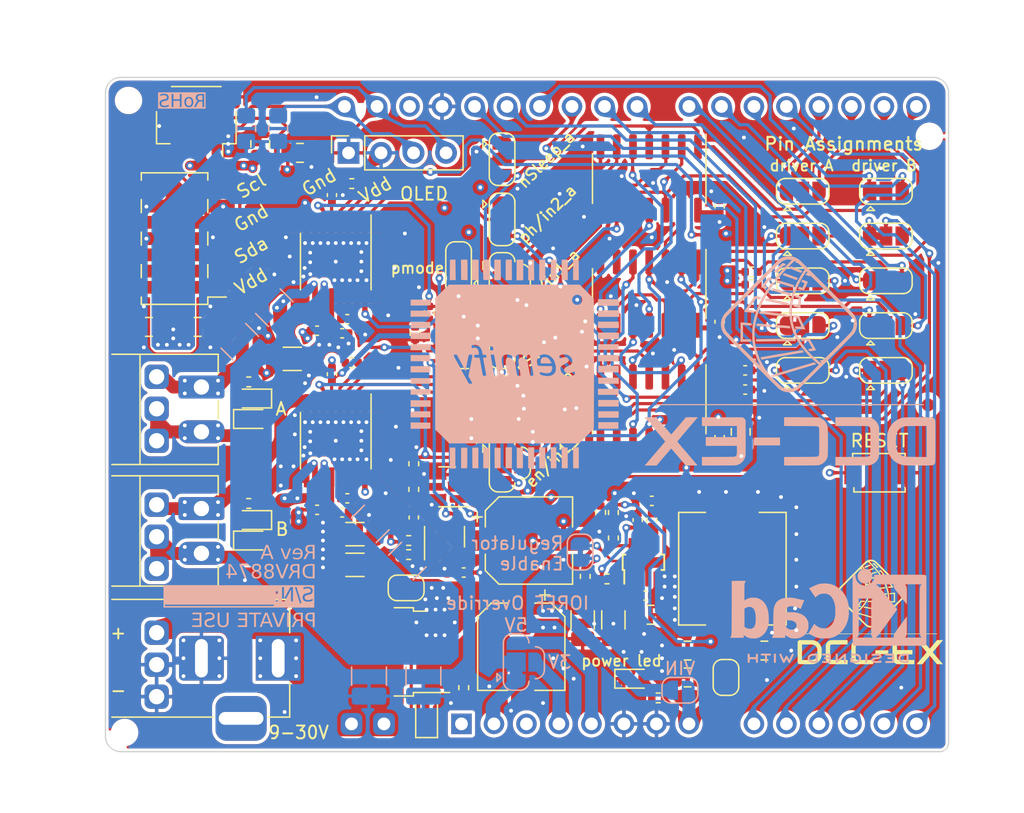
<source format=kicad_pcb>
(kicad_pcb (version 20221018) (generator pcbnew)
  (layers (0 "F.Cu" power) (1 "In1.Cu" power) (2 "In2.Cu" signal) (31 "B.Cu" mixed) (34 "B.Paste" user) (35 "F.Paste" user) (36 "B.SilkS" user "B.Silkscreen") (37 "F.SilkS" user "F.Silkscreen") (38 "B.Mask" user) (39 "F.Mask" user) (44 "Edge.Cuts" user))
  (net 0 "")
  (net 2 "/reset")
  (net 3 "GND")
  (net 4 "VIN")
  (net 5 "VM")
  (net 6 "/out1a")
  (net 7 "/out1b")
  (net 8 "/out2a")
  (net 9 "/out2b")
  (net 10 "IOREF")
  (net 11 "/sen_a")
  (net 12 "/sen_b")
  (net 13 "/def_sen_a")
  (net 14 "/def_sen_b")
  (net 15 "/sda")
  (net 16 "/scl")
  (net 17 "/alt_sen_a")
  (net 18 "/pwm_a")
  (net 19 "/alt_sen_b")
  (net 20 "/alt_direction_b")
  (net 21 "/alt_pwm_b")
  (net 22 "/brake_b")
  (net 23 "/brake_a")
  (net 24 "/pwm_b")
  (net 25 "/direction_a")
  (net 26 "/direction_b")
  (net 27 "/alt_pwm_a")
  (net 28 "/def_pwm_a")
  (net 29 "+5V")
  (net 30 "/def_fault_n_a")
  (net 31 "/fault_n_a")
  (net 32 "/fault_n_b")
  (net 33 "/alt_brake_a")
  (net 34 "/alt_direction_a")
  (net 35 "/alt_brake_b")
  (net 36 "/def_brake_b")
  (net 37 "/def_brake_a")
  (net 38 "/def_fault_n_b")
  (net 39 "/def_pwm_b")
  (net 40 "/def_direction_a")
  (net 41 "/def_direction_b")
  (net 42 "/Power/sw")
  (net 43 "/Power/vin")
  (net 44 "/Power/vcc")
  (net 45 "/Power/pg")
  (net 46 "/Power/bst")
  (net 47 "/Power/en")
  (net 48 "/Power/fb")
  (net 49 "/Power/fn")
  (net 50 "/ioref_is_3V3_not_5V")
  (net 51 "/sen_switch_a")
  (net 52 "/Power/v_conn")
  (net 53 "/Power/gate")
  (net 54 "/alt_fault_n_a")
  (net 55 "/alt_fault_n_b")
  (net 56 "/pmode")
  (net 57 "/vcpa")
  (net 58 "/vcpb")
  (net 59 "/cpla")
  (net 60 "/cpha")
  (net 61 "/cplb")
  (net 62 "/cphb")
  (net 63 "/or_1a")
  (net 64 "/in1_a")
  (net 65 "/or_2a")
  (net 66 "/in2_a")
  (net 67 "/in2_b")
  (net 68 "/or_2b")
  (net 69 "/in1_b")
  (net 70 "/or_1b")
  (net 71 "/direction_b_n")
  (net 72 "/direction_a_n")
  (net 73 "/brake_a_n")
  (net 74 "/brake_b_n")
  (net 75 "/en{slash}in1a")
  (net 76 "/en{slash}in1b")
  (net 77 "/ph{slash}in2a")
  (net 78 "/ph{slash}in2b")
  (net 79 "/nSleepa")
  (net 80 "/nSleepb")
  (net 82 "/sen_switch_b")
  (net 83 "Net-(C201-Pad1)")
  (net 84 "Net-(D202-A)")
  (net 86 "+3V3")
  (net 87 "/4V5")
  (net 89 "ioref")
  (net 91 "/Power/en2")
  (net 92 "Net-(D101-K)")
  (net 93 "Net-(D103-K)")
  (footprint "_my:SW_SPST_TS-1088-AR02016" (layer "F.Cu") (at 124.5 89.5)
    (fp_text reference "SW101" hide)
    (fp_text value "Switch")
  )
  (footprint "Capacitor_SMD:C_0805_2012Metric" (layer "F.Cu") (at 76.1 63.8 90)
    (fp_text reference "C111" hide)
    (fp_text value "22u")
  )
  (footprint "_my:R_1005_(0402)" (layer "F.Cu") (at 103.7 94.6 90)
    (fp_text reference "R204" hide)
    (fp_text value "47k")
  )
  (footprint "_my:PinHeader_1x02_P2.54mm_Vertical_min" (layer "F.Cu") (at 83.23 109.13 90)
    (fp_text reference "J201" hide)
    (fp_text value "-")
  )
  (footprint "_my:R_1005_(0402)" (layer "F.Cu") (at 114.5 74.8 180)
    (fp_text reference "R101" hide)
    (fp_text value "47k")
  )
  (footprint "_my:PinHeader_01x03_P2.5mm_Vertical_min" (layer "F.Cu") (at 68 82)
    (fp_text reference "J102" hide)
    (fp_text value "-")
  )
  (footprint "Jumper:SolderJumper-3_P1.3mm_Bridged12_RoundedPad1.0x1.5mm" (layer "F.Cu") (at 95 69.7 -90)
    (fp_text reference "JP112" hide)
    (fp_text value "Jumper_3")
  )
  (footprint "_my:C_1005_(0402)" (layer "F.Cu") (at 82.5 78.6 180)
    (fp_text reference "C107" hide)
    (fp_text value "100n")
  )
  (footprint "_my:C_1005_(0402)" (layer "F.Cu") (at 92 97.3)
    (fp_text reference "C115" hide)
    (fp_text value "100n")
  )
  (footprint "_my:C_1005_(0402)" (layer "F.Cu") (at 106.7 91.7)
    (fp_text reference "C201" hide)
    (fp_text value "100n")
  )
  (footprint "_my:PhoenixContact_MC_1,5_2-G-3.5_1x02_P3.50mm_Horizontal_edited" (layer "F.Cu") (at 71.5 92.3 -90)
    (fp_text reference "J103" hide)
    (fp_text value "MC 1,5/ 2-G-3,5")
  )
  (footprint "_my:SolderJumper-4" (layer "F.Cu") (at 95 74.5 -90)
    (fp_text reference "JP104" hide)
    (fp_text value "Jumper_4")
  )
  (footprint "_my:C_1005_(0402)" (layer "F.Cu") (at 82.9 91.5 180)
    (fp_text reference "C110" hide)
    (fp_text value "22n VM")
  )
  (footprint "_my:R_1005_(0402)" (layer "F.Cu") (at 103.2 97.8)
    (fp_text reference "R201" hide)
    (fp_text value "470k")
  )
  (footprint "Jumper:SolderJumper-3_P1.3mm_Bridged12_RoundedPad1.0x1.5mm" (layer "F.Cu") (at 95 65 -90)
    (fp_text reference "JP116" hide)
    (fp_text value "Jumper_3")
  )
  (footprint "LED_SMD:LED_0603_1608Metric" (layer "F.Cu") (at 75.5 93.2 180)
    (fp_text reference "D104" hide)
    (fp_text value "0603_LED_Red")
  )
  (footprint "Jumper:SolderJumper-3_P1.3mm_Bridged12_RoundedPad1.0x1.5mm" (layer "F.Cu") (at 95 79.3 -90)
    (fp_text reference "JP117" hide)
    (fp_text value "Jumper_3")
  )
  (footprint "Capacitor_SMD:C_0805_2012Metric" (layer "F.Cu") (at 109.5 103.4 180)
    (fp_text reference "C204" hide)
    (fp_text value "22u")
  )
  (footprint "_my:R_1005_(0402)" (layer "F.Cu") (at 92 106.3 -90)
    (fp_text reference "R208" hide)
    (fp_text value "47k")
  )
  (footprint "_my:R_1005_(0402)" (layer "F.Cu") (at 89.3 77 -90)
    (fp_text reference "R109" hide)
    (fp_text value "1k43")
  )
  (footprint "_my:C_1005_(0402)" (layer "F.Cu") (at 105.6 93.2 90)
    (fp_text reference "C207" hide)
    (fp_text value "100n")
  )
  (footprint "_my:C_1005_(0402)" (layer "F.Cu") (at 82.9 77.5 180)
    (fp_text reference "C109" hide)
    (fp_text value "22n VM")
  )
  (footprint "Jumper:SolderJumper-3_P1.3mm_Bridged12_RoundedPad1.0x1.5mm" (layer "F.Cu") (at 125 78)
    (fp_text reference "JP111" hide)
    (fp_text value "Jumper_3")
  )
  (footprint "_my:C_1005_(0402)" (layer "F.Cu") (at 82.5 92.6 180)
    (fp_text reference "C108" hide)
    (fp_text value "100n")
  )
  (footprint "Capacitor_SMD:C_1206_3216Metric" (layer "F.Cu") (at 78.6 80.6 180)
    (fp_text reference "C102" hide)
    (fp_text value "10u VM")
  )
  (footprint "Capacitor_SMD:C_1206_3216Metric" (layer "F.Cu") (at 83.5 96.7)
    (fp_text reference "C210" hide)
    (fp_text value "10u VM")
  )
  (footprint "_my:C_1005_(0402)" (layer "F.Cu") (at 112 68.7 90)
    (fp_text reference "C224" hide)
    (fp_text value "100n")
  )
  (footprint "_my:HTSSOP-16-1EP_4.4x5mm_P0.65mm_EP3.4x5mm_Mask2.46_HiAmp" (layer "F.Cu") (at 82 87 -90)
    (fp_text reference "U105" hide)
    (fp_text value "DRV8874PWPR")
  )
  (footprint "_my:toolinghole_jlc" (layer "F.Cu") (at 128.4 63.2)
    (fp_text reference "FID103" hide)
    (fp_text value "Toolinghole_jlc")
  )
  (footprint "Package_TO_SOT_SMD:SOT-23" (layer "F.Cu") (at 90.7 79.8 180)
    (fp_text reference "Q101" hide)
    (fp_text value "AO3400A")
  )
  (footprint "_my:R_1005_(0402)" (layer "F.Cu") (at 87.7 95.9 180)
    (fp_text reference "R114" hide)
    (fp_text value "470k")
  )
  (footprint "Jumper:SolderJumper-3_P1.3mm_Bridged12_RoundedPad1.0x1.5mm" (layer "F.Cu") (at 118.5 78)
    (fp_text reference "JP110" hide)
    (fp_text value "Jumper_3")
  )
  (footprint "Jumper:SolderJumper-3_P1.3mm_Bridged12_RoundedPad1.0x1.5mm" (layer "F.Cu") (at 118.5 81.5)
    (fp_text reference "JP113" hide)
    (fp_text value "Jumper_3")
  )
  (footprint "Jumper:SolderJumper-3_P1.3mm_Bridged12_RoundedPad1.0x1.5mm" (layer "F.Cu") (at 125 74.5)
    (fp_text reference "JP109" hide)
    (fp_text value "Jumper_3")
  )
  (footprint "Capacitor_SMD:C_1206_3216Metric" (layer "F.Cu") (at 103.7 101 -90)
    (fp_text reference "C212" hide)
    (fp_text value "10u VM")
  )
  (footprint "LED_SMD:LED_0603_1608Metric" (layer "F.Cu") (at 105.3 105.6)
    (fp_text reference "D202" hide)
    (fp_text value "0603_LED_Green")
  )
  (footprint "_my:PinHeader_01x03_P2.5mm_Vertical_min" (layer "F.Cu") (at 68 92)
    (fp_text reference "J104" hide)
    (fp_text value "-")
  )
  (footprint "Fiducial:Fiducial_1mm_Mask2mm" (layer "F.Cu") (at 71 107.5)
    (fp_text reference "FID105" hide)
    (fp_text value "Fiducial")
  )
  (footprint "_my:R_1005_(0402)" (layer "F.Cu") (at 75.2 82.4)
    (fp_text reference "R105" hide)
    (fp_text value "47k")
  )
  (footprint "Connector_PinHeader_2.54mm:PinHeader_2x04_P2.54mm_Vertical_SMD" (layer "F.Cu") (at 69.4 71.2 180)
    (fp_text reference "J106" hide)
    (fp_text value "Conn_02x04_smd")
  )
  (footprint "LED_SMD:LED_0603_1608Metric" (layer "F.Cu") (at 75.5 94.8)
    (fp_text reference "D103" hide)
    (fp_text value "0603_LED_Red")
  )
  (footprint "Capacitor_SMD:C_0805_2012Metric" (layer "F.Cu") (at 106.6 100.6)
    (fp_text reference "C202" hide)
    (fp_text value "10u VM 0805")
  )
  (footprint "_my:PhoenixContact_MC_1,5_2-G-3.5_1x02_P3.50mm_Horizontal_edited" (layer "F.Cu") (at 71.5 82.8 -90)
    (fp_text reference "J101" hide)
    (fp_text value "MC 1,5/ 2-G-3,5")
  )
  (footprint "Fiducial:Fiducial_1mm_Mask2mm" (layer "F.Cu") (at 65.9 63.4 180)
    (fp_text reference "FID104" hide)
    (fp_text value "Fiducial")
  )
  (footprint "Jumper:SolderJumper-2_P1.3mm_Open_RoundedPad1.0x1.5mm" (layer "F.Cu") (at 87.5 98.5)
    (fp_text reference "JP204" hide)
    (fp_text value "Jumper_2_o")
  )
  (footprint "Capacitor_SMD:C_1206_3216Metric" (layer "F.Cu") (at 101.3 101 -90)
    (fp_text reference "C211" hide)
    (fp_text value "10u VM")
  )
  (footprint "Package_SO:SO-14_3.9x8.65mm_P1.27mm" (layer "F.Cu") (at 106.5 66.5 -90)
    (fp_text reference "U102" hide)
    (fp_text value "74HC08")
  )
  (footprint "Package_SO:SO-14_3.9x8.65mm_P1.27mm" (layer "F.Cu") (at 106.5 75.5 -90)
    (fp_text reference "U103" hide)
    (fp_text value "74HC32")
  )
  (footprint "_my:R_1005_(0402)" (layer "F.Cu") (at 101.5 97.6 -90)
    (fp_text reference "R203" hide)
    (fp_text value "470k")
  )
  (footprint "_my:R_1005_(0402)" (layer "F.Cu") (at 114.5 73.8 180)
    (fp_text reference "R102" hide)
    (fp_text value "47k")
  )
  (footprint "Capacitor_SMD:C_1206_3216Metric" (layer "F.Cu") (at 83.5 94.3)
    (fp_text reference "C105" hide)
    (fp_text value "10u VM")
  )
  (footprint "Package_TO_SOT_SMD:TO-252-2" (layer "F.Cu") (at 85.6 103.5 180)
    (fp_text reference "Q201" hide)
    (fp_text value "AOD4185")
  )
  (footprint "_my:C_1005_(0402)" (layer "F.Cu") (at 81.7 67.8 90)
    (fp_text reference "C101" hide)
    (fp_text value "100n")
  )
  (footprint "Package_TO_SOT_SMD:SOT-23" (layer "F.Cu") (at 90.7 90.6 180)
    (fp_text reference "Q102" hide)
    (fp_text value "AO3400A")
  )
  (footprint "Package_SO:SO-14_3.9x8.65mm_P1.27mm" (layer "F.Cu") (at 106.5 84.5 -90)
    (fp_text reference "U101" hide)
    (fp_text value "74HC04")
  )
  (footprint "_my:R_1005_(0402)" (layer "F.Cu") (at 103.7 92.61 90)
    (fp_text reference "R205" hide)
    (fp_text value "47k")
  )
  (footprint "Jumper:SolderJumper-3_P1.3mm_Bridged12_RoundedPad1.0x1.5mm" (layer "F.Cu") (at 118.5 74.5)
    (fp_text reference "JP108" hide)
    (fp_text value "Jumper_3")
  )
  (footprint "Jumper:SolderJumper-3_P1.3mm_Bridged12_RoundedPad1.0x1.5mm" (layer "F.Cu") (at 125 67.5)
    (fp_text reference "JP103" hide)
    (fp_text value "Jumper_3")
  )
  (footprint "LED_SMD:LED_0603_1608Metric" (layer "F.Cu") (at 75.5 85.3)
    (fp_text reference "D101" hide)
    (fp_text value "0603_LED_Red")
  )
  (footprint "_my:TSOT23-8" (layer "F.Cu") (at 106 96.5 90)
    (fp_text reference "U201" hide)
    (fp_text value "MP9942GJ")
  )
  (footprint "Package_TO_SOT_SMD:SOT-23-5" (layer "F.Cu") (at 90.5 94.5 90)
    (fp_text reference "U106" hide)
    (fp_text value "LMV321")
  )
  (footprint "Capacitor_SMD:C_0805_2012Metric" (layer "F.Cu") (at 67.4 78.1 180)
    (fp_text reference "C219" hide)
    (fp_text value "22u")
  )
  (footprint "_my:C_1005_(0402)" (layer "F.Cu") (at 114 81.5)
    (fp_text reference "C112" hide)
    (fp_text value "22n")
  )
  (footprint "_my:C_1005_(0402)" (layer "F.Cu") (at 88.1 93 -90)
    (fp_text reference "C114" hide)
    (fp_text value "100n")
  )
  (footprint "_my:R_1005_(0402)" (layer "F.Cu") (at 107.2 107.1)
    (fp_text reference "R207" hide)
    (fp_text value "47k")
  )
  (footprint "Capacitor_SMD:C_0805_2012Metric" (layer "F.Cu") (at 71.2 78.1)
    (fp_text reference "C222" hide)
    (fp_text value "22u")
  )
  (footprint "_my:C_1005_(0402)" (layer "F.Cu") (at 112 86.7 90)
    (fp_text reference "C225" hide)
    (fp_text value "100n")
  )
  (footprint "Capacitor_SMD:CP_Elec_6.3x7.7" (layer "F.Cu") (at 97.1 94.8)
    (fp_text reference "C208" hide)
    (fp_text value "100u VM")
  )
  (footprint "_my:R_1005_(0402)" (layer "F.Cu") (at 88.2 78.6 -90)
    (fp_text reference "R111" hide)
    (fp_text value "732R")
  )
  (footprint "_my:R_1005_(0402)" (layer "F.Cu") (at 88.1 88.8 -90)
    (fp_text reference "R110" hide)
    (fp_text value "1k43")
  )
  (footprint "Fiducial:Fiducial_1mm_Mask2mm" (layer "F.Cu") (at 128.3 84.2)
    (fp_text reference "FID106" hide)
    (fp_text value "Fiducial")
  )
  (footprint "Capacitor_SMD:C_0805_2012Metric" (layer "F.Cu") (at 115.5 103.4)
    (fp_text reference "C206" hide)
    (fp_text value "22u")
  )
  (footprint "_my:toolinghole_jlc" (layer "F.Cu") (at 65.8 60.4)
    (fp_text reference "FID101" hide)
    (fp_text value "Toolinghole_jlc")
  )
  (footprint "_my:R_1005_(0402)" (layer "F.Cu") (at 106.7 93.2 90)
    (fp_text reference "R202" hide)
    (fp_text value "20R")
  )
  (footprint "_my:DCC-EX-15mm" (layer "F.Cu") (at 123.8 101)
    (fp_text reference "G***")
    (fp_text value "LOGO" hide)
  )
  (footprint "_my:SolderJumper-4" (layer "F.Cu") (at 95 88.8 -90)
    (fp_text reference "JP107" hide)
    (fp_text value "Jumper_4")
  )
  (footprint "Capacitor_SMD:C_0805_2012Metric" (layer "F.Cu") (at 113.65 86.3 90)
    (fp_text reference "C220" hide)
    (fp_text value "22u")
  )
  (footprint "Connector_JST:JST_SH_SM04B-SRSS-TB_1x04-1MP_P1.00mm_Horizontal" (layer "F.Cu") (at 71.1 62 180)
    (fp_text reference "J105" hide)
    (fp_text value "STEMMA QT")
  )
  (footprint "_my:L_PSPMAA0805" (layer "F.Cu") (at 113 97 -90)
    (fp_text reference "L201" hide)
    (fp_text value "56uH")
  )
  (footprint "Diode_SMD:D_SOD-323" (layer "F.Cu") (at 89.1 108.7 90)
    (fp_text reference "D201" hide)
    (fp_text value "10V")
  )
  (footprint "_my:R_1005_(0402)" (layer "F.Cu") (at 83.25 66.9)
    (fp_text reference "R107" hide)
    (fp_text value "47k")
  )
  (footprint "_my:C_1005_(0402)" (layer "F.Cu") (at 106.2 99.1)
    (fp_text reference "C203" hide)
    (fp_text value "100n VM")
  )
  (footprint "Jumper:SolderJumper-3_P1.3mm_Bridged12_RoundedPad1.0x1.5mm" (layer "F.Cu") (at 118.5 67.5)
    (fp_text reference "JP102" hide)
    (fp_text value "Jumper_3")
  )
  (footprint "Jumper:SolderJumper-3_P1.3mm_Bridged12_RoundedPad1.0x1.5mm" (layer "F.Cu") (at 95 84 -90)
    (fp_text reference "JP115" hide)
    (fp_text value "Jumper_3")
  )
  (footprint "Capacitor_SMD:C_0805_2012Metric" (layer "F.Cu") (at 109.5 105.5 180)
    (fp_text reference "C205" hide)
    (fp_text value "22u")
  )
  (footprint "_my:PinHeader_01x03_P2.5mm_Vertical_min" (layer "F.Cu") (at 68 102)
    (fp_text reference "J202" hide)
    (fp_text value "-")
  )
  (footprint "LED_SMD:LED_0603_1608Metric" (layer "F.Cu") (at 75.5 83.7 180)
    (fp_text reference "D102" hide)
    (fp_text value "0603_LED_Red")
  )
  (footprint "_my:C_1005_(0402)" (layer "F.Cu") (at 81.7 81.8 90)
    (fp_text reference "C104" hide)
    (fp_text value "100n")
  )
  (footprint "Jumper:SolderJumper-3_P1.3mm_Bridged12_RoundedPad1.0x1.5mm" (layer "F.Cu") (at 125 81.5)
    (fp_text reference "JP114" hide)
    (fp_text value "Jumper_3")
  )
  (footprint "Jumper:SolderJumper-3_P1.3mm_Bridged12_RoundedPad1.0x1.5mm" (layer "F.Cu") (at 118.5 71)
    (fp_text reference "JP105" hide)
    (fp_text value "Jumper_3")
  )
  (footprint "_my:C_1005_(0402)" (layer "F.Cu") (at 80.54 78.4 180)
    (fp_text reference "C103" hide)
    (fp_text value "100n VM")
  )
  (footprint "Jumper:SolderJumper-2_P1.3mm_Bridged2Bar_RoundedPad1.0x1.5mm" (layer "F.Cu") (at 112.5 105.5 -90)
    (fp_text reference "JP202" hide)
    (fp_text value "Jumper_2")
  )
  (footprint "_my:BarrelJack_2.1mm" (layer "F.Cu") (at 77.5 104)
    (fp_text reference "J203" hide)
    (fp_text value "Barrel_Jack_MountingPin")
  )
  (footprint "_my:HTSSOP-16-1EP_4.4x5mm_P0.65mm_EP3.4x5mm_Mask2.46_HiAmp" (layer "F.Cu") (at 82 73 -90)
    (fp_text reference "U104" hide)
    (fp_text value "DRV8874PWPR")
  )
  (footprint "_my:R_1005_(0402)" (layer "F.Cu") (at 83.25 80.9)
    (fp_text reference "R108" hide)
    (fp_text value "47k")
  )
  (footprint "Capacitor_SMD:C_0805_2012Metric" (layer "F.Cu") (at 79.2 64.5 180)
    (fp_text reference "C221" hide)
    (fp_text value "22u")
  )
  (footprint "Capacitor_SMD:CP_Elec_6.3x7.7" (layer "F.Cu") (at 96.5 103.1 -90)
    (fp_text reference "C209" hide)
    (fp_text value "100u VM")
  )
  (footprint "_my:R_1005_(0402)" (layer "F.Cu") (at 75.2 91.9)
    (fp_text reference "R106" hide)
    (fp_text value "47k")
  )
  (footprint "_my:C_1005_(0402)" (layer "F.Cu") (at 114 83)
    (fp_text reference "C113" hide)
    (fp_text value "22n")
  )
  (footprint "Jumper:SolderJumper-3_P1.3mm_Bridged12_RoundedPad1.0x1.5mm" (layer "F.Cu") (at 125 71)
    (fp_text reference "JP106" hide)
    (fp_text value "Jumper_3")
  )
  (footprint "_my:C_1005_(0402)" (layer "F.Cu") (at 112 77.7 90)
    (fp_text reference "C223" hide)
    (fp_text value "100n")
  )
  (footprint "Connector_PinSocket_2.54mm:PinSocket_1x04_P2.54mm_Vertical" (layer "F.Cu") (at 83 64.5 90)
    (fp_text reference "J107" hide)
    (fp_text value "Conn_01x04_f")
  )
  (footprint "Jumper:SolderJumper-3_P1.3mm_Bridged12_RoundedPad1.0x1.5mm" (layer "F.Cu") (at 91.599999 73.5 90)
    (fp_text reference "JP101" hide)
    (fp_text value "Jumper_3")
  )
  (footprint "_my:R_1005_(0402)" (layer "F.Cu") (at 88.1 90.8 -90)
    (fp_text reference "R112" hide)
    (fp_text value "732R")
  )
  (footprint "_my:C_1005_(0402)" (layer "F.Cu") (at 80.54 92.4 180)
    (fp_text reference "C106" hide)
    (fp_text value "100n VM")
  )
  (footprint "_my:R_1005_(0402)" (layer "F.Cu") (at 87.7 94.8)
    (fp_text reference "R113" hide)
    (fp_text value "47k")
  )
  (footprint "_my:R_1005_(0402)" (layer "F.Cu") (at 102.7 92.6 90)
    (fp_text reference "R206" hide)
    (fp_text value "5k76")
  )
  (footprint "_my:toolinghole_jlc" (layer "F.Cu") (at 65.5 109.8)
    (fp_text reference "FID102" hide)
    (fp_text value "Toolinghole_jlc")
  )
  (footprint "Capacitor_SMD:C_1210_3225Metric_Pad1.33x2.70mm_HandSolder" (layer "B.Cu") (at 87.6 96.4 45)
    (fp_text reference "C215" hide)
    (fp_text value "-")
  )
  (footprint "Module:Arduino_UNO_R3" (layer "B.Cu") (at 91.825 109.13)
    (fp_text reference "A101" hide)
    (fp_text value "Arduino_UNO_R3")
  )
  (footprint "Capacitor_SMD:C_1210_3225Metric_Pad1.33x2.70mm_HandSolder" (layer "B.Cu") (at 74.5 79.3 135)
    (fp_text reference "C213" hide)
    (fp_text value "-")
  )
  (footprint "Capacitor_SMD:C_1210_3225Metric_Pad1.33x2.70mm_HandSolder" (layer "B.Cu") (at 77.2 76.6 135)
    (fp_text reference "C214" hide)
    (fp_text value "-")
  )
  (footprint "Capacitor_SMD:C_1210_3225Metric_Pad1.33x2.70mm_HandSolder" (layer "B.Cu") (at 84.7 93.5 45)
    (fp_text reference "C216" hide)
    (fp_text value "-")
  )
  (footprint "Resistor_SMD:R_0805_2012Metric_Pad1.20x1.40mm_HandSolder" (layer "B.Cu") (at 75 62.6 90)
    (fp_text reference "R103" hide)
    (fp_text value "10k")
  )
  (footprint "_my:DCC-EX-30mm" (layer "B.Cu") (at 117.46615 82 180)
    (fp_text reference "G***")
    (fp_text value "LOGO" hide)
  )
  (footprint "Capacitor_SMD:C_1210_3225Metric_Pad1.33x2.70mm_HandSolder" (layer "B.Cu") (at 88.85 105.4 -90)
    (fp_text reference "C218" hide)
    (fp_text value "-")
  )
  (footprint "Jumper:SolderJumper-2_P1.3mm_Open_RoundedPad1.0x1.5mm" (layer "B.Cu") (at 108.9 106.5)
    (fp_text reference "JP201" hide)
    (fp_text value "Jumper_2_o")
  )
  (footprint "_my:SolderJumper-4" (layer "B.Cu") (at 96.1 104.3 90)
    (fp_text reference "JP205" hide)
    (fp_text value "Jumper_4")
  )
  (footprint "Symbol:KiCad-Logo2_6mm_SilkScreen" (layer "B.Cu") (at 120.5 100 180)
    (fp_text reference "REF**" hide)
    (fp_text value "KiCad-Logo2_6mm_SilkScreen" hide)
  )
  (footprint "Resistor_SMD:R_0805_2012Metric_Pad1.20x1.40mm_HandSolder" (layer "B.Cu") (at 77.5 62.6 90)
    (fp_text reference "R104" hide)
    (fp_text value "10k")
  )
  (footprint "Jumper:SolderJumper-2_P1.3mm_Bridged2Bar_RoundedPad1.0x1.5mm" (layer "B.Cu") (at 101.1 95.7 90)
    (fp_text reference "JP203" hide)
    (fp_text value "Jumper_2")
  )
  (footprint "Capacitor_SMD:C_1210_3225Metric_Pad1.33x2.70mm_HandSolder" (layer "B.Cu") (at 84.6 105.4 -90)
    (fp_text reference "C217" hide)
    (fp_text value "-")
  )
  (footprint "_my:semify_big" (layer "B.Cu") (at 96 81 180)
    (fp_text reference "G***" hide)
    (fp_text value "LOGO" hide)
  )
  (gr_line (start 129.9 59.8) (end 129.9 110.6) (stroke (width 0.1)) (layer "Edge.Cuts"))
  (gr_arc (start 129.9 110.6) (mid 129.694975 111.094975) (end 129.2 111.3) (stroke (width 0.1)) (layer "Edge.Cuts"))
  (gr_arc (start 64 59.8) (mid 64.351472 58.951472) (end 65.2 58.6) (stroke (width 0.1)) (layer "Edge.Cuts"))
  (gr_line (start 64 59.8) (end 64 110.1) (stroke (width 0.1)) (layer "Edge.Cuts"))
  (gr_arc (start 128.7 58.6) (mid 129.548528 58.951472) (end 129.9 59.8) (stroke (width 0.1)) (layer "Edge.Cuts"))
  (gr_line (start 128.7 58.6) (end 65.2 58.6) (stroke (width 0.1)) (layer "Edge.Cuts"))
  (gr_line (start 65.2 111.3) (end 129.2 111.3) (stroke (width 0.1)) (layer "Edge.Cuts"))
  (gr_arc (start 65.2 111.3) (mid 64.351472 110.948528) (end 64 110.1) (stroke (width 0.1)) (layer "Edge.Cuts"))
  (gr_text "DRV8874" (at 80.5 97.3) (layer "B.SilkS") (effects (font (size 1.1 1.1)) (justify left mirror)))
  (gr_text "IOREF Override" (at 96.2 99.7) (layer "B.SilkS") (effects (font (size 1 1)) (justify mirror)))
  (gr_text "Regulator\nEnable" (at 99.9 97.2) (layer "B.SilkS") (effects (font (size 1 1)) (justify left bottom mirror)))
  (gr_text "PRIVATE USE" (at 80.5 101.1) (layer "B.SilkS") (effects (font (size 1.1 1.1)) (justify left mirror)))
  (gr_text "RoHS" (at 70 60.5) (layer "B.SilkS" knockout) (effects (font (size 1 1)) (justify mirror)))
  (gr_text "VIN" (at 108.9 104.8) (layer "B.SilkS") (effects (font (size 1 1)) (justify mirror)))
  (gr_text "5V" (at 96.1 101.4) (layer "B.SilkS") (effects (font (size 1 1)) (justify mirror)))
  (gr_text "3V" (at 99.5 104.3) (layer "B.SilkS") (effects (font (size 1 1)) (justify mirror)))
  (gr_text "Rev A" (at 80.5 95.8) (layer "B.SilkS") (effects (font (size 1.1 1.1)) (justify left mirror)))
  (gr_text "S/N:___________" (at 80.3 99.1) (layer "B.SilkS" knockout) (effects (font (size 1.1 1.1)) (justify left mirror)))
  (gr_text "ph/in2_b" (at 96.2 85.9 45) (layer "F.SilkS") (effects (font (size 0.85 0.85)) (justify left)))
  (gr_text "Gnd" (at 75.4 69.6 30) (layer "F.SilkS") (effects (font (size 1 1))))
  (gr_text "Gnd" (at 80.7 66.8 30) (layer "F.SilkS") (effects (font (size 1 1))))
  (gr_text "driver A" (at 121 65.5) (layer "F.SilkS") (effects (font (size 0.85 0.85)) (justify right)))
  (gr_text "-" (at 65 106.5) (layer "F.SilkS") (effects (font (size 1 1))))
  (gr_text "en/in1_b" (at 97 90.5 45) (layer "F.SilkS") (effects (font (size 0.85 0.85)) (justify left)))
  (gr_text "A" (at 77.2 85.1) (layer "F.SilkS") (effects (font (size 1 1)) (justify left bottom)))
  (gr_text "Vdd" (at 85.1 67.4 30) (layer "F.SilkS") (effects (font (size 1 1))))
  (gr_text "driver B" (at 127.5 65.5) (layer "F.SilkS") (effects (font (size 0.85 0.85)) (justify right)))
  (gr_text "Scl" (at 75.4 67.1 30) (layer "F.SilkS") (effects (font (size 1 1))))
  (gr_text "RESET" (at 124.5 87) (layer "F.SilkS") (effects (font (size 1 1))))
  (gr_text "Vdd" (at 75.4 74.55 30) (layer "F.SilkS") (effects (font (size 1 1))))
  (gr_text "ph/in2_a" (at 96.4 71.4 45) (layer "F.SilkS") (effects (font (size 0.85 0.85)) (justify left)))
  (gr_text "nSleep_b" (at 96.2 81.6 45) (layer "F.SilkS") (effects (font (size 0.85 0.85)) (justify left)))
  (gr_text "power led" (at 101.1 104.2) (layer "F.SilkS") (effects (font (size 0.85 0.85)) (justify left)))
  (gr_text "Pin Assignments" (at 121.7 63.8) (layer "F.SilkS") (effects (font (size 1 1) (thickness 0.17))))
  (gr_text "Sda" (at 75.4 72.1 30) (layer "F.SilkS") (effects (font (size 1 1))))
  (gr_text "+" (at 65 102) (layer "F.SilkS") (effects (font (size 1 1))))
  (gr_text "OLED" (at 88.9 67.7) (layer "F.SilkS") (effects (font (size 1 1))))
  (gr_text "B" (at 77.2 94.5) (layer "F.SilkS") (effects (font (size 1 1)) (justify left bottom)))
  (gr_text "en/in1_a" (at 96.7 76.4 45) (layer "F.SilkS") (effects (font (size 0.85 0.85)) (justify left)))
  (gr_text "nSleep_a" (at 96.4 67.1 45) (layer "F.SilkS") (effects (font (size 0.85 0.85)) (justify left)))
  (gr_text "9-30V" (at 79.1 109.8) (layer "F.SilkS") (effects (font (size 1 0.95))))
  (gr_text "pmode" (at 86.2 73.5) (layer "F.SilkS") (effects (font (size 0.85 0.85)) (justify left)))
  (segment (start 122.425 89.5) (end 120.6 89.5) (width 0.25) (layer "F.Cu") (net 2))
  (via (at 120.6 89.5) (size 0.6) (drill 0.3) (layers "F.Cu" "B.Cu") (net 2))
  (segment (start 76.1 62.85) (end 75.75 63.2) (width 0.6) (layer "F.Cu") (net 3))
  (segment (start 84.975 93.175) (end 84.6 92.8) (width 0.5) (layer "F.Cu") (net 3))
  (segment (start 101.8 94.4) (end 101.6 94.6) (width 0.4) (layer "F.Cu") (net 3))
  (segment (start 75.8 63.15) (end 75.8 63.7) (width 0.5) (layer "F.Cu") (net 3))
  (segment (start 81.7 81.32) (end 81.7 80.7) (width 0.5) (layer "F.Cu") (net 3))
  (segment (start 97.1 103.9) (end 97.3 104.1) (width 0.4) (layer "F.Cu") (net 3))
  (segment (start 71.925 69.93) (end 71.925 69.075) (width 0.4) (layer "F.Cu") (net 3))
  (segment (start 97.3 104.1) (end 97.5 104.3) (width 0.4) (layer "F.Cu") (net 3))
  (segment (start 66.875 70.875) (end 67.2 71.2) (width 0.4) (layer "F.Cu") (net 3))
  (segment (start 100.8 94.8) (end 101.55 94.05) (width 0.4) (layer "F.Cu") (net 3))
  (segment (start 77.125 80.6) (end 77.125 79.425) (width 0.4) (layer "F.Cu") (net 3))
  (segment (start 84.975 96.7) (end 86 96.7) (width 0.5) (layer "F.Cu") (net 3))
  (segment (start 66.875 69.93) (end 66.875 70.875) (width 0.4) (layer "F.Cu") (net 3))
  (segment (start 76.1 62.85) (end 75.8 63.15) (width 0.6) (layer "F.Cu") (net 3))
  (segment (start 66.875 69.93) (end 66.875 69.025) (width 0.4) (layer "F.Cu") (net 3))
  (segment (start 96.5 105.8) (end 96.5 103.9) (width 0.4) (layer "F.Cu") (net 3))
  (segment (start 80 78.4) (end 79.6 78.8) (width 0.5) (layer "F.Cu") (net 3))
  (segment (start 81.7 67.3) (end 80.9 67.3) (width 0.44) (layer "F.Cu") (net 3))
  (segment (start 90.5 95.6375) (end 90.5 97) (width 0.44) (layer "F.Cu") (net 3))
  (segment (start 71.925 69.075) (end 72 69) (width 0.4) (layer "F.Cu") (net 3))
  (segment (start 101.55 94.05) (end 101.55 93.35) (width 0.4) (layer "F.Cu") (net 3))
  (segment (start 102.75 92.1) (end 101.65 92.1) (width 0.3) (layer "F.Cu") (net 3))
  (segment (start 84.975 94.3) (end 84.975 93.175) (width 0.5) (layer "F.Cu") (net 3))
  (segment (start 71.925 69.93) (end 71.925 70.925) (width 0.4) (layer "F.Cu") (net 3))
  (segment (start 99.8 93.3) (end 99.8 94.8) (width 0.4) (layer "F.Cu") (net 3))
  (segment (start 74.85 64.1) (end 76.1 62.85) (width 0.6) (layer "F.Cu") (net 3))
  (segment (start 73.4 64) (end 73.5 64.1) (width 0.6) (layer "F.Cu") (net 3))
  (segment (start 79.8 78.9) (end 79.6 79.1) (width 0.5) (layer "F.Cu") (net 3))
  (segment (start 77.125 80.6) (end 77.125 81.575) (width 0.4) (layer "F.Cu") (net 3))
  (segment (start 72.6 64) (end 73.4 64) (width 0.6) (layer "F.Cu") (net 3))
  (segment (start 84.975 94.3) (end 84.975 96.7) (width 0.5) (layer "F.Cu") (net 3))
  (segment (start 75.75 63.2) (end 75.1 63.2) (width 0.6) (layer "F.Cu") (net 3))
  (segment (start 66.875 69.025) (end 67.2 68.7) (width 0.4) (layer "F.Cu") (net 3))
  (segment (start 74.6 64.1) (end 74.85 64.1) (width 0.6) (layer "F.Cu") (net 3))
  (segment (start 77.125 79.425) (end 77 79.3) (width 0.4) (layer "F.Cu") (net 3))
  (segment (start 77.125 81.175) (end 76.6 81.7) (width 0.6) (layer "F.Cu") (net 3))
  (segment (start 76.6 81.7) (end 76.2 81.3) (width 0.2) (layer "F.Cu") (net 3))
  (segment (start 97.5 104.3) (end 97.5 105.7) (width 0.4) (layer "F.Cu") (net 3))
  (segment (start 99.8 94.8) (end 99.8 96.3) (width 0.4) (layer "F.Cu") (net 3))
  (segment (start 96.5 103.9) (end 97.1 103.9) (width 0.4) (layer "F.Cu") (net 3))
  (segment (start 77.125 81.575) (end 76.9 81.8) (width 0.4) (layer "F.Cu") (net 3))
  (segment (start 102.1 94.1) (end 102.6 94.1) (width 0.4) (layer "F.Cu") (net 3))
  (segment (start 72 71) (end 71.925 70.925) (width 0.4) (layer "F.Cu") (net 3))
  (segment (start 101.8 94.4) (end 102.1 94.1) (width 0.4) (layer "F.Cu") (net 3))
  (segment (start 102 94.2) (end 100.4 94.2) (width 0.4) (layer "F.Cu") (net 3))
  (via (at 80.5 60.15) (size 0.6) (drill 0.3) (layers "F.Cu" "B.Cu") (net 3))
  (via (at 110.4 91) (size 0.6) (drill 0.3) (layers "F.Cu" "B.Cu") (net 3))
  (via (at 79.4 78.5) (size 0.6) (drill 0.3) (layers "F.Cu" "B.Cu") (net 3))
  (via (at 126.2 106.3) (size 0.6) (drill 0.3) (layers "F.Cu" "B.Cu") (net 3))
  (via (at 73.6 63.2) (size 0.6) (drill 0.3) (layers "F.Cu" "B.Cu") (net 3))
  (via (at 103.5 75.7) (size 0.6) (drill 0.3) (layers "F.Cu" "B.Cu") (net 3))
  (via (at 78.1 71.1) (size 0.6) (drill 0.3) (layers "F.Cu" "B.Cu") (net 3))
  (via (at 122.4 77.6) (size 0.6) (drill 0.3) (layers "F.Cu" "B.Cu") (net 3))
  (via (at 104.7 92.9) (size 0.6) (drill 0.3) (layers "F.Cu" "B.Cu") (net 3))
  (via (at 116.1 102) (size 0.6) (drill 0.3) (layers "F.Cu" "B.Cu") (net 3))
  (via (at 87.4 70.8) (size 0.6) (drill 0.3) (layers "F.Cu" "B.Cu") (net 3))
  (via (at 99.8 93.3) (size 0.6) (drill 0.3) (layers "F.Cu" "B.Cu") (net 3))
  (via (at 101.6 81.2) (size 0.6) (drill 0.3) (layers "F.Cu" "B.Cu") (net 3))
  (via (at 74.9 97.9) (size 0.6) (drill 0.3) (layers "F.Cu" "B.Cu") (net 3))
  (via (at 117.8 62.6) (size 0.6) (drill 0.3) (layers "F.Cu" "B.Cu") (net 3))
  (via (at 77.2 74) (size 0.6) (drill 0.3) (layers "F.Cu" "B.Cu") (net 3))
  (via (at 107.7 98.4) (size 0.6) (drill 0.3) (layers "F.Cu" "B.Cu") (net 3))
  (via (at 88.5 75) (size 0.6) (drill 0.3) (layers "F.Cu" "B.Cu") (net 3))
  (via (at 78 108.2) (size 0.6) (drill 0.3) (layers "F.Cu" "B.Cu") (net 3))
  (via (at 99 104) (size 0.6) (drill 0.3) (layers "F.Cu" "B.Cu") (net 3))
  (via (at 108.5 101) (size 0.6) (drill 0.3) (layers "F.Cu" "B.Cu") (net 3))
  (via (at 98.2 107.5) (size 0.6) (drill 0.3) (layers "F.Cu" "B.Cu") (net 3))
  (via (at 73.6 64.4) (size 0.6) (drill 0.3) (layers "F.Cu" "B.Cu") (net 3))
  (via (at 88.3 87.5) (size 0.6) (drill 0.3) (layers "F.Cu" "B.Cu") (net 3))
  (via (at 77.7 89) (size 0.6) (drill 0.3) (layers "F.Cu" "B.Cu") (net 3))
  (via (at 117.9 100.1) (size 0.6) (drill 0.3) (layers "F.Cu" "B.Cu") (net 3))
  (via (at 67 76.5) (size 0.6) (drill 0.3) (layers "F.Cu" "B.Cu") (net 3))
  (via (at 88 96.8) (size 0.6) (drill 0.3) (layers "F.Cu" "B.Cu") (net 3))
  (via (at 103.7 101.3) (size 0.6) (drill 0.3) (layers "F.Cu" "B.Cu") (net 3))
  (via (at 78.7 89) (size 0.6) (drill 0.3) (layers "F.Cu" "B.Cu") (net 3))
  (via (at 99.1 101.6) (size 0.6) (drill 0.3) (layers "F.Cu" "B.Cu") (net 3))
  (via (at 99.8 96.3) (size 0.6) (drill 0.3) (layers "F.Cu" "B.Cu") (net 3))
  (via (at 97.4 94.8) (size 0.6) (drill 0.3) (layers "F.Cu" "B.Cu") (net 3))
  (via (at 103.8 91.1) (size 0.6) (drill 0.3) (layers "F.Cu" "B.Cu") (net 3))
  (via (at 67 79.7) (size 0.6) (drill 0.3) (layers "F.Cu" "B.Cu") (net 3))
  (via (at 113.9 63.3) (size 0.6) (drill 0.3) (layers "F.Cu" "B.Cu") (net 3))
  (via (at 84.6 92.8) (size 0.6) (drill 0.3) (layers "F.Cu" "B.Cu") (net 3))
  (via (at 79.1 93.3) (size 0.6) (drill 0.3) (layers "F.Cu" "B.Cu") (net 3))
  (via (at 76.6 81.7) (size 0.6) (drill 0.3) (layers "F.Cu" "B.Cu") (net 3))
  (via (at 108.5 98.4) (size 0.6) (drill 0.3) (layers "F.Cu" "B.Cu") (net 3))
  (via (at 86.3 88.5) (size 0.6) (drill 0.3) (layers "F.Cu" "B.Cu") (net 3))
  (via (at 112.5 91) (size 0.6) (drill 0.3) (layers "F.Cu" "B.Cu") (net 3))
  (via (at 113.3 79.1) (size 0.6) (drill 0.3) (layers "F.Cu" "B.Cu") (net 3))
  (via (at 115.7 80.85) (size 0.6) (drill 0.3) (layers "F.Cu" "B.Cu") (net 3))
  (via (at 73.6 63.8) (size 0.6) (drill 0.3) (layers "F.Cu" "B.Cu") (net 3))
  (via (at 115.5 83.1) (size 0.6) (drill 0.3) (layers "F.Cu" "B.Cu") (net 3))
  (via (at 105.9 103.5) (size 0.6) (drill 0.3) (layers "F.Cu" "B.Cu") (net 3))
  (via (at 116.8 91.4) (size 0.6) (drill 0.3) (layers "F.Cu" "B.Cu") (net 3))
  (via (at 107.9 74.6) (size 0.6) (drill 0.3) (layers "F.Cu" "B.Cu") (net 3))
  (via (at 92.6 85.3) (size 0.6) (drill 0.3) (layers "F.Cu" "B.Cu") (net 3))
  (via (at 108.45 79.9) (size 0.6) (drill 0.3) (layers "F.Cu" "B.Cu") (net 3))
  (via (at 115.1 85.2) (size 0.6) (drill 0.3) (layers "F.Cu" "B.Cu") (net 3))
  (via (at 107.34 85.34) (size 0.6) (drill 0.3) (layers "F.Cu" "B.Cu") (net 3))
  (via (at 79.8 79) (size 0.6) (drill 0.3) (layers "F.Cu" "B.Cu") (net 3))
  (via (at 89.5 92) (size 0.6) (drill 0.3) (layers "F.Cu" "B.Cu") (net 3))
  (via (at 112.6 74.5) (size 0.6) (drill 0.3) (layers "F.Cu" "B.Cu") (net 3))
  (via (at 118 96.3) (size 0.6) (drill 0.3) (layers "F.Cu" "B.Cu") (net 3))
  (via (at 90.5 97) (size 0.6) (drill 0.3) (layers "F.Cu" "B.Cu") (net 3))
  (via (at 93.1 79) (size 0.6) (drill 0.3) (layers "F.Cu" "B.Cu") (net 3))
  (via (at 117.6 103.4) (size 0.6) (drill 0.3) (layers "F.Cu" "B.Cu") (net 3))
  (via (at 78.7 74.6) (size 0.6) (drill 0.3) (layers "F.Cu" "B.Cu") (net 3))
  (via (at 100.87 75.98) (size 0.6) (drill 0.3) (layers "F.Cu" "B.Cu") (net 3))
  (via (at 104.5 103.5) (size 0.6) (drill 0.3) (layers "F.Cu" "B.Cu") (net 3))
  (via (at 86.7 85.9) (size 0.6) (drill 0.3) (layers "F.Cu" "B.Cu") (net 3))
  (via (at 109.4 89.1) (size 0.6) (drill 0.3) (layers "F.Cu" "B.Cu") (net 3))
  (via (at 108.5 97.6) (size 0.6) (drill 0.3) (layers "F.Cu" "B.Cu") (net 3))
  (via (at 97.4 87.1) (size 0.6) (drill 0.3) (layers "F.Cu" "B.Cu") (net 3))
  (via (at 121.8 74.5) (size 0.6) (drill 0.3) (layers "F.Cu" "B.Cu") (net 3))
  (via (at 102.6 94.1) (size 0.6) (drill 0.3) (layers "F.Cu" "B.Cu") (net 3))
  (via (at 106.8 66.85) (size 0.6) (drill 0.3) (layers "F.Cu" "B.Cu") (net 3))
  (via (at 96.9 76.4) (size 0.6) (drill 0.3) (layers "F.Cu" "B.Cu") (net 3))
  (via (at 79.6 68.4) (size 0.6) (drill 0.3) (layers "F.Cu" "B.Cu") (net 3))
  (via (at 99.16 78.94) (size 0.6) (drill 0.3) (layers "F.Cu" "B.Cu") (net 3))
  (via (at 121.2 78.9) (size 0.6) (drill 0.3) (layers "F.Cu" "B.Cu") (net 3))
  (via (at 91 107.5) (size 0.6) (drill 0.3) (layers "F.Cu" "B.Cu") (net 3))
  (via (at 106.79 80.18) (size 0.6) (drill 0.3) (layers "F.Cu" "B.Cu") (net 3))
  (via (at 73.2 68.7) (size 0.6) (drill 0.3) (layers "F.Cu" "B.Cu") (net 3))
  (via (at 101.24 78.48) (size 0.6) (drill 0.3) (layers "F.Cu" "B.Cu") (net 3))
  (via (at 105.3 91.1) (size 0.6) (drill 0.3) (layers "F.Cu" "B.Cu") (net 3))
  (via (at 96.66 83.48) (size 0.6) (drill 0.3) (layers "F.Cu" "B.Cu") (net 3))
  (via (at 92.4 70.7) (size 0.6) (drill 0.3) (layers "F.Cu" "B.Cu") (net 3))
  (via (at 72.4 71.1) (size 0.6) (drill 0.3) (layers "F.Cu" "B.Cu") (net 3))
  (via (at 112.6 73.7) (size 0.6) (drill 0.3) (layers "F.Cu" "B.Cu") (net 3))
  (via (at 94 106.2) (size 0.6) (drill 0.3) (layers "F.Cu" "B.Cu") (net 3))
  (via (at 79.1 92.6) (size 0.6) (drill 0.3) (layers "F.Cu" "B.Cu") (net 3))
  (via (at 86.6 73.5) (size 0.6) (drill 0.3) (layers "F.Cu" "B.Cu") (net 3))
  (via (at 88.7 97) (size 0.6) (drill 0.3) (layers "F.Cu" "B.Cu") (net 3))
  (via (at 107.5 105) (size 0.6) (drill 0.3) (layers "F.Cu" "B.Cu") (net 3))
  (via (at 98.2 101.6) (size 0.6) (drill 0.3) (layers "F.Cu" "B.Cu") (net 3))
  (via (at 96.7 84.5) (size 0.6) (drill 0.3) (layers "F.Cu" "B.Cu") (net 3))
  (via (at 105.5 76.4) (size 0.6) (drill 0.3) (layers "F.Cu" "B.Cu") (net 3))
  (via (at 111.35 67.5) (size 0.6) (drill 0.3) (layers "F.Cu" "B.Cu") (net 3))
  (via (at 100.6 105.6) (size 0.6) (drill 0.3) (layers "F.Cu" "B.Cu") (net 3))
  (via (at 78.4 72.6) (size 0.6) (drill 0.3) (layers "F.Cu" "B.Cu") (net 3))
  (via (at 99.9 84.55) (size 0.6) (drill 0.3) (layers "F.Cu" "B.Cu") (net 3))
  (via (at 92.6 86.8) (size 0.6) (drill 0.3) (layers "F.Cu" "B.Cu") (net 3))
  (via (at 99.5 67.7) (size 0.6) (drill 0.3) (layers "F.Cu" "B.Cu") (net 3))
  (via (at 111.9 85.15) (size 0.6) (drill 0.3) (layers "F.Cu" "B.Cu") (net 3))
  (via (at 78.2 65.8) (size 0.6) (drill 0.3) (layers "F.Cu" "B.Cu") (net 3))
  (via (at 101.4 69.5) (size 0.6) (drill 0.3) (layers "F.Cu" "B.Cu") (net 3))
  (via (at 115 91) (size 0.6) (drill 0.3) (layers "F.Cu" "B.Cu") (net 3))
  (via (at 102.2 101.3) (size 0.6) (drill 0.3) (layers "F.Cu" "B.Cu") (net 3))
  (via (at 85.9 91.1) (size 0.6) (drill 0.3) (layers "F.Cu" "B.Cu") (net 3))
  (via (at 107.7 97.6) (size 0.6) (drill 0.3) (layers "F.Cu" "B.Cu") (net 3))
  (via (at 72.2 76.5) (size 0.6) (drill 0.3) (layers "F.Cu" "B.Cu") (net 3))
  (via (at 103.4 71.2) (size 0.6) (drill 0.3) (layers "F.Cu" "B.Cu") (net 3))
  (via (at 84.3 78.7) (size 0.6) (drill 0.3) (layers "F.Cu" "B.Cu") (net 3))
  (via (at 81.7 80.7) (size 0.6) (drill 0.3) (layers "F.Cu" "B.Cu") (net 3))
  (via (at 129.1 73.1) (size 0.6) (drill 0.3) (layers "F.Cu" "B.Cu") (net 3))
  (via (at 97 90.9) (size 0.6) (drill 0.3) (layers "F.Cu" "B.Cu") (net 3))
  (via (at 124.6 65.7) (size 0.6) (drill 0.3) (layers "F.Cu" "B.Cu") (net 3))
  (via (at 115.3 78.2) (size 0.6) (drill 0.3) (layers "F.Cu" "B.Cu") (net 3))
  (via (at 76 78.2) (size 0.6) (drill 0.3) (layers "F.Cu" "B.Cu") (net 3))
  (via (at 107.5 103) (size 0.6) (drill 0.3) (layers "F.Cu" "B.Cu") (net 3))
  (via (at 78.8 86.5) (size 0.6) (drill 0.3) (layers "F.Cu" "B.Cu") (net 3))
  (via (at 72.2 79.7) (size 0.6) (drill 0.3) (layers "F.Cu" "B.Cu") (net 3))
  (via (at 99.8 104.8) (size 0.6) (drill 0.3) (layers "F.Cu" "B.Cu") (net 3))
  (via (at 98.83 91.42) (size 0.6) (drill 0.3) (layers "F.Cu" "B.Cu") (net 3))
  (via (at 92 77.3) (size 0.6) (drill 0.3) (layers "F.Cu" "B.Cu") (net 3))
  (via (at 118 101.8) (size 0.6) (drill 0.3) (layers "F.Cu" "B.Cu") (net 3))
  (via (at 106.7 71.1) (size 0.6) (drill 0.3) (layers "F.Cu" "B.Cu") (net 3))
  (via (at 96.2 67.3) (size 0.6) (drill 0.3) (layers "F.Cu" "B.Cu") (net 3))
  (via (at 76.7 78.8) (size 0.6) (drill 0.3) (layers "F.Cu" "B.Cu") (net 3))
  (via (at 115.5 70.3) (size 0.6) (drill 0.3) (layers "F.Cu" "B.Cu") (net 3))
  (via (at 108.5 99.2) (size 0.6) (drill 0.3) (layers "F.Cu" "B.Cu") (net 3))
  (via (at 121.9 82) (size 0.6) (drill 0.3) (layers "F.Cu" "B.Cu") (net 3))
  (via (at 118 92.2) (size 0.6) (drill 0.3) (layers "F.Cu" "B.Cu") (net 3))
  (via (at 118 94.3) (size 0.6) (drill 0.3) (layers "F.Cu" "B.Cu") (net 3))
  (via (at 107.5 99.3) (size 0.6) (drill 0.3) (layers "F.Cu" "B.Cu") (net 3))
  (via (at 97.2 73.1) (size 0.6) (drill 0.3) (layers "F.Cu" "B.Cu") (net 3))
  (via (at 67.2 68.7) (size 0.6) (drill 0.3) (layers "F.Cu" "B.Cu") (net 3))
  (via (at 127.3 77.1) (size 0.6) (drill 0.3) (layers "F.Cu" "B.Cu") (net 3))
  (via (at 95.7 108.1) (size 0.6) (drill 0.3) (layers "F.Cu" "B.Cu") (net 3))
  (via (at 67.2 71.2) (size 0.6) (drill 0.3) (layers "F.Cu" "B.Cu") (net 3))
  (via (at 86.1 77.2) (size 0.6) (drill 0.3) (layers "F.Cu" "B.Cu") (net 3))
  (via (at 108.5 100.1) (size 0.6) (drill 0.3) (layers "F.Cu" "B.Cu") (net 3))
  (via (at 104.35 66.32) (size 0.6) (drill 0.3) (layers "F.Cu" "B.Cu") (net 3))
  (via (at 88 84.6) (size 0.6) (drill 0.3) (layers "F.Cu" "B.Cu") (net 3))
  (via (at 107.5 104) (size 0.6) (drill 0.3) (layers "F.Cu" "B.Cu") (net 3))
  (via (at 78.8 85) (size 0.6) (drill 0.3) (layers "F.Cu" "B.Cu") (net 3))
  (via (at 77.7 90.5) (size 0.6) (drill 0.3) (layers "F.Cu" "B.Cu") (net 3))
  (via (at 96.6 70.2) (size 0.6) (drill 0.3) (layers "F.Cu" "B.Cu") (net 3))
  (via (at 90.5 68.8) (size 0.6) (drill 0.3) (layers "F.Cu" "B.Cu") (net 3))
  (via (at 101.3 64) (size 0.6) (drill 0.3) (layers "F.Cu" "B.Cu") (net 3))
  (via (at 118 98.4) (size 0.6) (drill 0.3) (layers "F.Cu" "B.Cu") (net 3))
  (via (at 98.99 71.96) (size 0.6) (drill 0.3) (layers "F.Cu" "B.Cu") (net 3))
  (via (at 112.5 70.8) (size 0.6) (drill 0.3) (layers "F.Cu" "B.Cu") (net 3))
  (via (at 88.9 89.6) (size 0.6) (drill 0.3) (layers "F.Cu" "B.Cu") (net 3))
  (via (at 86.9 81.3) (size 0.6) (drill 0.3) (layers "F.Cu" "B.Cu") (net 3))
  (via (at 106.1 102.1) (size 0.6) (drill 0.3) (layers "F.Cu" "B.Cu") (net 3))
  (via (at 93.3 67.2) (size 0.6) (drill 0.3) (layers "F.Cu" "B.Cu") (net 3))
  (via (at 68.2 62.4) (size 0.6) (drill 0.3) (layers "F.Cu" "B.Cu") (net 3))
  (via (at 115.7 105.7) (size 0.6) (drill 0.3) (layers "F.Cu" "B.Cu") (net 3))
  (segment (start 68 104.5) (end 69.2 104.5) (width 0.4) (layer "B.Cu") (net 3))
  (segment (start 70.1 104) (end 69.8 104.3) (width 0.4) (layer "B.Cu") (net 3))
  (segment (start 69.8 104.3) (end 69.5 104.3) (width 0.4) (layer "B.Cu") (net 3))
  (segment (start 109.605 109.045) (end 111.125 107.525) (width 0.8) (layer "F.Cu") (net 4))
  (segment (start 111.125 107.525) (end 112.5 106.15) (width 0.8) (layer "F.Cu") (net 4))
  (segment (start 107.71 107.15) (end 109.605 109.045) (width 0.3) (layer "F.Cu") (net 4))
  (segment (start 109.605 109.13) (end 109.605 106.955) (width 1) (layer "B.Cu") (net 4))
  (segment (start 105.725 97.8) (end 105.725 99.095) (width 0.38) (layer "F.Cu") (net 5))
  (segment (start 87.9 103.4) (end 89.1 102.2) (width 0.25) (layer "F.Cu") (net 5))
  (segment (start 87.9 103.4) (end 87.9 108.65) (width 0.25) (layer "F.Cu") (net 5))
  (segment (start 81.025 89.8125) (end 81.025 92.395) (width 0.44) (layer "F.Cu") (net 5))
  (segment (start 101.5 98.1) (end 101.5 100.2) (width 0.3) (layer "F.Cu") (net 5))
  (segment (start 81.025 75.8625) (end 81.025 78.395) (width 0.44) (layer "F.Cu") (net 5))
  (segment (start 87.9 108.65) (end 89.1 109.85) (width 0.25) (layer "F.Cu") (net 5))
  (via (at 89.8 100.2) (size 0.6) (drill 0.3) (layers "F.Cu" "B.Cu") (net 5))
  (via (at 89.8 102.2) (size 0.6) (drill 0.3) (layers "F.Cu" "B.Cu") (net 5))
  (via (at 82.2 79.7) (size 0.6) (drill 0.3) (layers "F.Cu" "B.Cu") (net 5))
  (via (at 89.5 98.5) (size 0.6) (drill 0.3) (layers "F.Cu" "B.Cu") (net 5))
  (via (at 98.2 100.3) (size 0.6) (drill 0.3) (layers "F.Cu" "B.Cu") (net 5))
  (via (at 89.1 100.2) (size 0.6) (drill 0.3) (layers "F.Cu" "B.Cu") (net 5))
  (via (at 91.3 101.2) (size 0.6) (drill 0.3) (layers "F.Cu" "B.Cu") (net 5))
  (via (at 90.8 99.3) (size 0.6) (drill 0.3) (layers "F.Cu" "B.Cu") (net 5))
  (via (at 81 96.2) (size 0.6) (drill 0.3) (layers "F.Cu" "B.Cu") (net 5))
  (via (at 90.5 100.2) (size 0.6) (drill 0.3) (layers "F.Cu" "B.Cu") (net 5))
  (via (at 89 99.4) (size 0.6) (drill 0.3) (layers "F.Cu" "B.Cu") (net 5))
  (via (at 99.6 100.3) (size 0.6) (drill 0.3) (layers "F.Cu" "B.Cu") (net 5))
  (via (at 81 95.5) (size 0.6) (drill 0.3) (layers "F.Cu" "B.Cu") (net 5))
  (via (at 81 94.8) (size 0.6) (drill 0.3) (layers "F.Cu" "B.Cu") (net 5))
  (via (at 83 79.4) (size 0.6) (drill 0.3) (layers "F.Cu" "B.Cu") (net 5))
  (via (at 80.7 79.5) (size 0.6) (drill 0.3) (layers "F.Cu" "B.Cu") (net 5))
  (via (at 90.4 98.5) (size 0.6) (drill 0.3) (layers "F.Cu" "B.Cu") (net 5))
  (via (at 79.9 81.9) (size 0.6) (drill 0.3) (layers "F.Cu" "B.Cu") (net 5))
  (via (at 81 93.4) (size 0.6) (drill 0.3) (layers "F.Cu" "B.Cu") (net 5))
  (via (at 98.9 100.3) (size 0.6) (drill 0.3) (layers "F.Cu" "B.Cu") (net 5))
  (via (at 81 94.1) (size 0.6) (drill 0.3) (layers "F.Cu" "B.Cu") (net 5))
  (via (at 88.3 101.2) (size 0.6) (drill 0.3) (layers "F.Cu" "B.Cu") (net 5))
  (via (at 89.9 99.3) (size 0.6) (drill 0.3) (layers "F.Cu" "B.Cu") (net 5))
  (via (at 81 96.9) (size 0.6) (drill 0.3) (layers "F.Cu" "B.Cu") (net 5))
  (via (at 89.1 102.2) (size 0.6) (drill 0.3) (layers "F.Cu" "B.Cu") (net 5))
  (via (at 79.6 82.5) (size 0.6) (drill 0.3) (layers "F.Cu" "B.Cu") (net 5))
  (via (at 81.5 79.5) (size 0.6) (drill 0.3) (layers "F.Cu" "B.Cu") (net 5))
  (via (at 90.5 102.2) (size 0.6) (drill 0.3) (layers "F.Cu" "B.Cu") (net 5))
  (segment (start 81.1 88.75) (end 81.1 89.45) (width 0.55) (layer "B.Cu") (net 5))
  (segment (start 105.8 106.5) (end 107.85 106.5) (width 1) (layer "B.Cu") (net 5))
  (segment (start 98.2 100.3) (end 99.6 100.3) (width 1) (layer "B.Cu") (net 5))
  (segment (start 81.1 74.75) (end 81.1 75.4) (width 0.55) (layer "B.Cu") (net 5))
  (segment (start 99.6 100.3) (end 105.8 106.5) (width 1) (layer "B.Cu") (net 5))
  (segment (start 68 82) (end 68.495 82) (width 1) (layer "F.Cu") (net 6))
  (segment (start 71.5 82.805) (end 69.3 82.805) (width 1) (layer "F.Cu") (net 6))
  (segment (start 68.495 82) (end 69.3 82.805) (width 1) (layer "F.Cu") (net 6))
  (segment (start 68.305 92.305) (end 68 92) (width 1) (layer "F.Cu") (net 7))
  (segment (start 71.5 92.305) (end 68.305 92.305) (width 1) (layer "F.Cu") (net 7))
  (segment (start 68.305 86.305) (end 68 86) (width 1) (layer "F.Cu") (net 8))
  (segment (start 68 86) (end 68 87) (width 1) (layer "F.Cu") (net 8))
  (segment (start 68.905 86.305) (end 68 85.4) (width 1) (layer "F.Cu") (net 8))
  (segment (start 71.5 86.305) (end 68.305 86.305) (width 1) (layer "F.Cu") (net 8))
  (segment (start 68 85.4) (end 68 86) (width 1) (layer "F.Cu") (net 8))
  (segment (start 80.375 76.859834) (end 80.375 75.8625) (width 0.44) (layer "F.Cu") (net 8))
  (segment (start 69.6 86.305) (end 68.905 86.305) (width 1) (layer "F.Cu") (net 8))
  (segment (start 68.695 86.305) (end 68 87) (width 1) (layer "F.Cu") (net 8))
  (segment (start 71.5 86.305) (end 69.6 86.305) (width 1) (layer "F.Cu") (net 8))
  (segment (start 68 84.5) (end 68 85.4) (width 1) (layer "F.Cu") (net 8))
  (segment (start 69.6 86.305) (end 68.695 86.305) (width 1) (layer "F.Cu") (net 8))
  (via (at 77.9 76.1) (size 0.6) (drill 0.3) (layers "F.Cu" "B.Cu") (net 8))
  (via (at 77.4 76.6) (size 0.6) (drill 0.3) (layers "F.Cu" "B.Cu") (net 8))
  (arc (start 80.375 76.859834) (mid 80.32627 77.104815) (end 80.1875 77.3125) (width 0.44) (layer "F.Cu") (net 8))
  (arc (start 80.1875 77.3125) (mid 79.979815 77.45127) (end 79.734834 77.5) (width 0.44) (layer "F.Cu") (net 8))
  (segment (start 79.95 75.1) (end 79.55 75.5) (width 0.75) (layer "B.Cu") (net 8))
  (segment (start 78.5 75.5) (end 77.4 76.6) (width 0.75) (layer "B.Cu") (net 8))
  (segment (start 80.3 74.75) (end 79.95 75.1) (width 0.55) (layer "B.Cu") (net 8))
  (segment (start 79.55 75.5) (end 78.5 75.5) (width 0.75) (layer "B.Cu") (net 8))
  (segment (start 76.2875 93.2) (end 77.4 93.2) (width 0.3) (layer "F.Cu") (net 9))
  (segment (start 68 95.5) (end 68 94.5) (width 1) (layer "F.Cu") (net 9))
  (segment (start 68.695 95.805) (end 68 96.5) (width 1) (layer "F.Cu") (net 9))
  (segment (start 77.4 94.8) (end 77.399998 94.799998) (width 0.3) (layer "F.Cu") (net 9))
  (segment (start 69.3 95.8) (end 68 94.5) (width 1) (layer "F.Cu") (net 9))
  (segment (start 76.2875 94.799998) (end 77.399998 94.799998) (width 0.3) (layer "F.Cu") (net 9))
  (segment (start 80.375 90.797334) (end 80.375 89.8) (width 0.44) (layer "F.Cu") (net 9))
  (segment (start 68 96.5) (end 68 95.5) (width 1) (layer "F.Cu") (net 9))
  (segment (start 69.3 95.805) (end 69.3 95.8) (width 1) (layer "F.Cu") (net 9))
  (segment (start 69.3 95.805) (end 68.695 95.805) (width 1) (layer "F.Cu") (net 9))
  (segment (start 71.5 95.805) (end 68.305 95.805) (width 1) (layer "F.Cu") (net 9))
  (segment (start 71.5 95.805) (end 69.3 95.805) (width 1) (layer "F.Cu") (net 9))
  (segment (start 68.305 95.805) (end 68 95.5) (width 1) (layer "F.Cu") (net 9))
  (via (at 79 91.5) (size 0.6) (drill 0.3) (layers "F.Cu" "B.Cu") (net 9))
  (via (at 78 91.5) (size 0.6) (drill 0.3) (layers "F.Cu" "B.Cu") (net 9))
  (arc (start 80.375 90.797334) (mid 80.32627 91.042315) (end 80.1875 91.25) (width 0.44) (layer "F.Cu") (net 9))
  (segment (start 79.9 89.15) (end 79 90.05) (width 0.75) (layer "B.Cu") (net 9))
  (segment (start 79 90.7) (end 79 91.5) (width 0.75) (layer "B.Cu") (net 9))
  (segment (start 79 90.7) (end 79 90.9) (width 0.75) (layer "B.Cu") (net 9))
  (segment (start 79 90.05) (end 79 90.75) (width 0.75) (layer "B.Cu") (net 9))
  (segment (start 79 90.9) (end 78.4 91.5) (width 0.75) (layer "B.Cu") (net 9))
  (segment (start 80.3 88.75) (end 79.9 89.15) (width 0.55) (layer "B.Cu") (net 9))
  (segment (start 78.4 91.5) (end 79 91.5) (width 0.75) (layer "B.Cu") (net 9))
  (segment (start 78 91.5) (end 78.4 91.5) (width 0.75) (layer "B.Cu") (net 9))
  (segment (start 81.98 68) (end 81.7 68.28) (width 0.25) (layer "F.Cu") (net 10))
  (segment (start 92.48 97.3) (end 92.48 96.98) (width 0.3) (layer "F.Cu") (net 10))
  (segment (start 112 69.18) (end 110.515 69.18) (width 0.4) (layer "F.Cu") (net 10))
  (segment (start 82.75 66.9) (end 82.75 67.6) (width 0.4) (layer "F.Cu") (net 10))
  (segment (start 82.187609 67.8) (end 82.55 67.8) (width 0.25) (layer "F.Cu") (net 10))
  (segment (start 93.7 63.7) (end 93 64.4) (width 0.25) (layer "F.Cu") (net 10))
  (segment (start 113.7 88.2) (end 113.7 87.2) (width 0.4) (layer "F.Cu") (net 10))
  (segment (start 82.55 67.8) (end 82.74 67.61) (width 0.25) (layer "F.Cu") (net 10))
  (segment (start 94.2 63.7) (end 93.7 63.7) (width 0.25) (layer "F.Cu") (net 10))
  (segment (start 82.75 66.9) (end 82.75 66.25) (width 0.4) (layer "F.Cu") (net 10))
  (segment (start 82.74 81.46) (end 82.74 80.9) (width 0.25) (layer "F.Cu") (net 10))
  (segment (start 91.6 75.699999) (end 91.6 74.800001) (width 0.25) (layer "F.Cu") (net 10))
  (segment (start 81.98 68) (end 81.987609 68) (width 0.25) (layer "F.Cu") (net 10))
  (segment (start 81.675 84.0875) (end 81.675 82.305) (width 0.25) (layer "F.Cu") (net 10))
  (segment (start 81.675 70.1375) (end 81.675 68.305) (width 0.25) (layer "F.Cu") (net 10))
  (segment (start 113.7 87.2) (end 112.02 87.2) (width 0.4) (layer "F.Cu") (net 10))
  (segment (start 82.5 81.7) (end 82.74 81.46) (width 0.25) (layer "F.Cu") (net 10))
  (segment (start 81.72 82.28) (end 82.2 81.8) (width 0.25) (layer "F.Cu") (net 10))
  (segment (start 110.515 69.18) (end 110.31 68.975) (width 0.4) (layer "F.Cu") (net 10))
  (segment (start 85.65 64.46) (end 84.36 65.75) (width 0.6) (layer "F.Cu") (net 10))
  (segment (start 82.74 67.61) (end 82.74 66.9) (width 0.25) (layer "F.Cu") (net 10))
  (segment (start 93.3 97.3) (end 92.48 97.3) (width 0.3) (layer "F.Cu") (net 10))
  (segment (start 92.48 96.98) (end 91.45 95.95) (width 0.3) (layer "F.Cu") (net 10))
  (segment (start 110.515 78.18) (end 110.31 77.975) (width 0.4) (layer "F.Cu") (net 10))
  (segment (start 95 63.7) (end 94.2 63.7) (width 0.25) (layer "F.Cu") (net 10))
  (segment (start 112 87.18) (end 110.515 87.18) (width 0.4) (layer "F.Cu") (net 10))
  (segment (start 80.1 65.6) (end 80.1 64.88) (width 0.3) (layer "F.Cu") (net 10))
  (segment (start 81.987609 68) (end 82.187609 67.8) (width 0.25) (layer "F.Cu") (net 10))
  (segment (start 95 78) (end 93.1 78) (width 0.25) (layer "F.Cu") (net 10))
  (segment (start 82.2 81.8) (end 82.55 81.8) (width 0.25) (layer "F.Cu") (net 10))
  (segment (start 112 78.18) (end 110.515 78.18) (width 0.4) (layer "F.Cu") (net 10))
  (segment (start 112 78.9) (end 112 78.18) (width 0.4) (layer "F.Cu") (net 10))
  (segment (start 110.515 87.18) (end 110.31 86.975) (width 0.4) (layer "F.Cu") (net 10))
  (segment (start 112 69.9) (end 112 69.18) (width 0.4) (layer "F.Cu") (net 10))
  (segment (start 82.75 67.6) (end 82.55 67.8) (width 0.4) (layer "F.Cu") (net 10))
  (via (at 112 69.9) (size 0.6) (drill 0.3) (layers "F.Cu" "B.Cu") (net 10))
  (via (at 112 78.9) (size 0.6) (drill 0.3) (layers "F.Cu" "B.Cu") (net 10))
  (via (at 93.3 97.3) (size 0.6) (drill 0.3) (layers "F.Cu" "B.Cu") (net 10))
  (via (at 80.1 65.6) (size 0.6) (drill 0.3) (layers "F.Cu" "B.Cu") (net 10))
  (via (at 113.7 88.2) (size 0.6) (drill 0.3) (layers "F.Cu" "B.Cu") (net 10))
  (via (at 91.6 75.699999) (size 0.6) (drill 0.3) (layers "F.Cu" "B.Cu") (net 10))
  (via (at 69.8 79.5) (size 0.6) (drill 0.3) (layers "F.Cu" "B.Cu") (net 10))
  (via (at 69.3 78.3) (size 0.6) (drill 0.3) (layers "F.Cu" "B.Cu") (net 10))
  (via (at 93.1 78) (size 0.6) (drill 0.3) (layers "F.Cu" "B.Cu") (net 10))
  (via (at 68.1 79.5) (size 0.6) (drill 0.3) (layers "F.Cu" "B.Cu") (net 10))
  (via (at 93 64.4) (size 0.6) (drill 0.3) (layers "F.Cu" "B.Cu") (net 10))
  (via (at 82.5 81.7) (size 0.6) (drill 0.3) (layers "F.Cu" "B.Cu") (net 10))
  (via (at 70.5 79.5) (size 0.6) (drill 0.3) (layers "F.Cu" "B.Cu") (net 10))
  (via (at 82.55 67.8) (size 0.6) (drill 0.3) (layers "F.Cu" "B.Cu") (net 10))
  (via (at 69.3 79) (size 0.6) (drill 0.3) (layers "F.Cu" "B.Cu") (net 10))
  (via (at 68.8 79.5) (size 0.6) (drill 0.3) (layers "F.Cu" "B.Cu") (net 10))
  (segment (start 85.4 78.8) (end 89.6 78.8) (width 0.4) (layer "B.Cu") (net 10))
  (segment (start 95.55 104.3) (end 94.45 104.3) (width 1) (layer "B.Cu") (net 10))
  (segment (start 82.5 81.7) (end 85.4 78.8) (width 0.4) (layer "B.Cu") (net 10))
  (segment (start 93.575 77) (end 93.075 76.5) (width 0.25) (layer "F.Cu") (net 11))
  (segment (start 93.575 77) (end 95.975 77) (width 0.25) (layer "F.Cu") (net 11))
  (segment (start 93.075 76.5) (end 89.3 76.5) (width 0.25) (layer "F.Cu") (net 11))
  (segment (start 81.025 69.025) (end 80.61 68.61) (width 0.25) (layer "F.Cu") (net 11))
  (segment (start 105.35 84.1) (end 110.25 84.1) (width 0.25) (layer "F.Cu") (net 11))
  (segment (start 112.1 82.25) (end 113.5 82.25) (width 0.25) (layer "F.Cu") (net 11))
  (segment (start 116.5 83.05) (end 118.1 83.05) (width 0.25) (layer "F.Cu") (net 11))
  (segment (start 95.975 77) (end 98.275 79.3) (width 0.25) (layer "F.Cu") (net 11))
  (segment (start 113.5 82.25) (end 115.7 82.25) (width 0.25) (layer "F.Cu") (net 11))
  (segment (start 81.025 70.1375) (end 81.025 69.025) (width 0.25) (layer "F.Cu") (net 11))
  (segment (start 115.7 82.25) (end 116.5 83.05) (width 0.25) (layer "F.Cu") (net 11))
  (segment (start 105 84.45) (end 105.35 84.1) (width 0.25) (layer "F.Cu") (net 11))
  (segment (start 110.25 84.1) (end 112.1 82.25) (width 0.25) (layer "F.Cu") (net 11))
  (segment (start 89.3 75.7) (end 89.3 76.49) (width 0.25) (layer "F.Cu") (net 11))
  (segment (start 100.8 84.45) (end 105 84.45) (width 0.25) (layer "F.Cu") (net 11))
  (segment (start 118.5 82.65) (end 118.5 81.5) (width 0.25) (layer "F.Cu") (net 11))
  (segment (start 118.1 83.05) (end 118.5 82.65) (width 0.25) (layer "F.Cu") (net 11))
  (segment (start 113.5 81.5) (end 113.5 82.25) (width 0.25) (layer "F.Cu") (net 11))
  (via (at 98.275 79.3) (size 0.6) (drill 0.3) (layers "F.Cu" "B.Cu") (net 11))
  (via (at 89.3 75.7) (size 0.6) (drill 0.3) (layers "F.Cu" "B.Cu") (net 11))
  (via (at 80.61 68.61) (size 0.6) (drill 0.3) (layers "F.Cu" "B.Cu") (net 11))
  (via (at 100.8 84.45) (size 0.6) (drill 0.3) (layers "F.Cu" "B.Cu") (net 11))
  (segment (start 100.8 81.825) (end 98.275 79.3) (width 0.25) (layer "B.Cu") (net 11))
  (segment (start 80.61 68.61) (end 87.71 68.61) (width 0.25) (layer "B.Cu") (net 11))
  (segment (start 87.71 68.61) (end 89.3 70.2) (width 0.25) (layer "B.Cu") (net 11))
  (segment (start 100.8 84.45) (end 100.8 81.825) (width 0.25) (layer "B.Cu") (net 11))
  (segment (start 89.3 70.2) (end 89.3 75.7) (width 0.25) (layer "B.Cu") (net 11))
  (segment (start 88.4 88.3) (end 88.1 88.3) (width 0.25) (layer "F.Cu") (net 12))
  (segment (start 110.6 84.6) (end 105.5 84.6) (width 0.25) (layer "F.Cu") (net 12))
  (segment (start 93.3 89.4) (end 92.2 88.3) (width 0.25) (layer "F.Cu") (net 12))
  (segment (start 88.7 88.3) (end 88.4 88.3) (width 0.25) (layer "F.Cu") (net 12))
  (segment (start 89 88.1) (end 88.8 88.3) (width 0.25) (layer "F.Cu") (net 12))
  (segment (start 113.5 83) (end 113.5 83.875) (width 0.25) (layer "F.Cu") (net 12))
  (segment (start 105.2 84.9) (end 104.8 84.9) (width 0.25) (layer "F.Cu") (net 12))
  (segment (start 101.65 85.15) (end 101.1 85.7) (width 0.25) (layer "F.Cu") (net 12))
  (segment (start 89.25 88.3) (end 88.8 88.3) (width 0.25) (layer "F.Cu") (net 12))
  (segment (start 125 83) (end 124.125 83.875) (width 0.25) (layer "F.Cu") (net 12))
  (segment (start 101.1 85.7) (end 101.1 88) (width 0.25) (layer "F.Cu") (net 12))
  (segment (start 101.1 88) (end 97.5 91.6) (width 0.25) (layer "F.Cu") (net 12))
  (segment (start 88.8 88.3) (end 88.7 88.3) (width 0.25) (layer "F.Cu") (net 12))
  (segment (start 97.5 91.6) (end 94 91.6) (width 0.25) (layer "F.Cu") (net 12))
  (segment (start 101.65 85.15) (end 104.55 85.15) (width 0.25) (layer "F.Cu") (net 12))
  (segment (start 94 91.6) (end 93.3 90.9) (width 0.25) (layer "F.Cu") (net 12))
  (segment (start 93.3 90.9) (end 93.3 89.4) (width 0.25) (layer "F.Cu") (net 12))
  (segment (start 81.025 84.0875) (end 81.025 83.025) (width 0.25) (layer "F.Cu") (net 12))
  (segment (start 104.55 85.15) (end 104.8 84.9) (width 0.25) (layer "F.Cu") (net 12))
  (segment (start 92.2 88.3) (end 89.25 88.3) (width 0.25) (layer "F.Cu") (net 12))
  (segment (start 88.75 88.3) (end 88.4 88.3) (width 0.25) (layer "F.Cu") (net 12))
  (segment (start 113.5 83.875) (end 111.325 83.875) (width 0.25) (layer "F.Cu") (net 12))
  (segment (start 124.125 83.875) (end 113.5 83.875) (width 0.25) (layer "F.Cu") (net 12))
  (segment (start 89 88.05) (end 89.25 88.3) (width 0.25) (layer "F.Cu") (net 12))
  (segment (start 81.025 83.025) (end 80.61 82.61) (width 0.25) (layer "F.Cu") (net 12))
  (segment (start 89 88.05) (end 88.75 88.3) (width 0.25) (layer "F.Cu") (net 12))
  (segment (start 105.5 84.6) (end 105.2 84.9) (width 0.25) (layer "F.Cu") (net 12))
  (segment (start 125 81.5) (end 125 83) (width 0.25) (layer "F.Cu") (net 12))
  (segment (start 111.325 83.875) (end 110.6 84.6) (width 0.25) (layer "F.Cu") (net 12))
  (via (at 80.7 82.61) (size 0.6) (drill 0.3) (layers "F.Cu" "B.Cu") (net 12))
  (via (at 89 88.05) (size 0.6) (drill 0.3) (layers "F.Cu" "B.Cu") (net 12))
  (segment (start 88.11 82.61) (end 89 83.5) (width 0.25) (layer "B.Cu") (net 12))
  (segment (start 89 83.5) (end 89 88.05) (width 0.25) (layer "B.Cu") (net 12))
  (segment (start 80.61 82.61) (end 88.11 82.61) (width 0.25) (layer "B.Cu") (net 12))
  (segment (start 116.3 81.5) (end 117.2 81.5) (width 0.25) (layer "F.Cu") (net 13))
  (via (at 116.3 81.5) (size 0.6) (drill 0.3) (layers "F.Cu" "B.Cu") (net 13))
  (segment (start 121.5 101) (end 121.5 86.7) (width 0.25) (layer "B.Cu") (net 13))
  (segment (start 121.5 86.7) (end 116.3 81.5) (width 0.25) (layer "B.Cu") (net 13))
  (segment (start 114.685 109.13) (end 114.685 107.815) (width 0.3) (layer "B.Cu") (net 13))
  (segment (start 114.685 107.815) (end 121.5 101) (width 0.25) (layer "B.Cu") (net 13))
  (segment (start 122.7 81.5) (end 123.7 81.5) (width 0.25) (layer "F.Cu") (net 14))
  (via (at 122.7 81.5) (size 0.6) (drill 0.3) (layers "F.Cu" "B.Cu") (net 14))
  (segment (start 123.5 101.5) (end 123.5 82.3) (width 0.25) (layer "B.Cu") (net 14))
  (segment (start 117.225 107.775) (end 123.5 101.5) (width 0.25) (layer "B.Cu") (net 14))
  (segment (start 123.5 82.3) (end 122.7 81.5) (width 0.25) (layer "B.Cu") (net 14))
  (segment (start 117.225 109.13) (end 117.225 107.775) (width 0.25) (layer "B.Cu") (net 14))
  (segment (start 71.1 62.5) (end 70.6 63) (width 0.25) (layer "F.Cu") (net 15))
  (segment (start 78.2 62.5) (end 83.595 62.5) (width 0.25) (layer "F.Cu") (net 15))
  (segment (start 78.2 62.5) (end 77.5 61.8) (width 0.25) (layer "F.Cu") (net 15))
  (segment (start 77.5 61.8) (end 75.3 61.8) (width 0.25) (layer "F.Cu") (net 15))
  (segment (start 74.5 68.5) (end 74.5 71) (width 0.25) (layer "F.Cu") (net 15))
  (segment (start 74.5 71) (end 73.03 72.47) (width 0.25) (layer "F.Cu") (net 15))
  (segment (start 78.2 62.5) (end 77.3 63.4) (width 0.25) (layer "F.Cu") (net 15))
  (segment (start 66.875 72.47) (end 71.925 72.47) (width 0.25) (layer "F.Cu") (net 15))
  (segment (start 77.3 65.7) (end 74.5 68.5) (width 0.25) (layer "F.Cu") (net 15))
  (segment (start 70.6 63) (end 70.6 64) (width 0.25) (layer "F.Cu") (net 15))
  (segment (start 83.595 62.5) (end 85.225 60.87) (width 0.25) (layer "F.Cu") (net 15))
  (segment (start 77.3 63.4) (end 77.3 65.7) (width 0.25) (layer "F.Cu") (net 15))
  (segment (start 75.3 61.8) (end 74.6 62.5) (width 0.25) (layer "F.Cu") (net 15))
  (segment (start 74.6 62.5) (end 71.1 62.5) (width 0.25) (layer "F.Cu") (net 15))
  (segment (start 89 62.4) (end 90.62 64.02) (width 0.25) (layer "B.Cu") (net 15))
  (segment (start 75.6 59.4) (end 75 60) (width 0.25) (layer "B.Cu") (net 15))
  (segment (start 87.3 62.4) (end 89 62.4) (width 0.25) (layer "B.Cu") (net 15))
  (segment (start 75 60) (end 75 61.5) (width 0.25) (layer "B.Cu") (net 15))
  (segment (start 85.225 60.87) (end 86.2275 61.8725) (width 0.25) (layer "B.Cu") (net 15))
  (segment (start 75.6 59.4) (end 83.755 59.4) (width 0.25) (layer "B.Cu") (net 15))
  (segment (start 85.225 60.87) (end 83.755 59.4) (width 0.25) (layer "B.Cu") (net 15))
  (segment (start 87.3 62.4) (end 86.2275 61.8725) (width 0.25) (layer "B.Cu") (net 15))
  (segment (start 75.43 60.87) (end 82.685 60.87) (width 0.25) (layer "F.Cu") (net 16))
  (segment (start 70.35 61.75) (end 74.55 61.75) (width 0.25) (layer "F.Cu") (net 16))
  (segment (start 68.11 67.39) (end 69.6 65.9) (width 0.25) (layer "F.Cu") (net 16))
  (segment (start 74.55 61.75) (end 75.43 60.87) (width 0.25) (layer "F.Cu") (net 16))
  (segment (start 69.6 64) (end 69.6 62.5) (width 0.25) (layer "F.Cu") (net 16))
  (segment (start 69.6 65.9) (end 69.6 64) (width 0.25) (layer "F.Cu") (net 16))
  (segment (start 69.6 62.5) (end 70.35 61.75) (width 0.25) (layer "F.Cu") (net 16))
  (segment (start 70.99 67.39) (end 69.6 66) (width 0.25) (layer "F.Cu") (net 16))
  (segment (start 69.6 66) (end 69.6 65.9) (width 0.25) (layer "F.Cu") (net 16))
  (segment (start 86.2 63) (end 86.99 63.41) (width 0.25) (layer "B.Cu") (net 16))
  (segment (start 84.815 63) (end 86.2 63) (width 0.25) (layer "B.Cu") (net 16))
  (segment (start 82.685 60.87) (end 84.815 63) (width 0.25) (layer "B.Cu") (net 16))
  (segment (start 86.99 63.41) (end 88.08 64.5) (width 0.25) (layer "B.Cu") (net 16))
  (segment (start 78.13 60.87) (end 77.5 61.5) (width 0.25) (layer "B.Cu") (net 16))
  (segment (start 78.13 60.87) (end 82.685 60.87) (width 0.25) (layer "B.Cu") (net 16))
  (segment (start 119.8 81.5) (end 121.1 81.5) (width 0.25) (layer "F.Cu") (net 17))
  (via (at 121.1 81.5) (size 0.6) (drill 0.3) (layers "F.Cu" "B.Cu") (net 17))
  (segment (start 121.1 80.8) (end 121.1 81.5) (width 0.25) (layer "B.Cu") (net 17))
  (segment (start 125 103) (end 125 81.5) (width 0.25) (layer "B.Cu") (net 17))
  (segment (start 119.765 109.13) (end 119.765 108.235) (width 0.25) (layer "B.Cu") (net 17))
  (segment (start 121.9 80) (end 121.1 80.8) (width 0.25) (layer "B.Cu") (net 17))
  (segment (start 119.765 108.235) (end 125 103) (width 0.25) (layer "B.Cu") (net 17))
  (segment (start 125 81.5) (end 123.5 80) (width 0.25) (layer "B.Cu") (net 17))
  (segment (start 123.5 80) (end 121.9 80) (width 0.25) (layer "B.Cu") (net 17))
  (segment (start 111.525 64.025) (end 110.31 64.025) (width 0.25) (layer "F.Cu") (net 18))
  (segment (start 96.2 76) (end 95 76) (width 0.25) (layer "F.Cu") (net 18))
  (segment (start 118.5 68.5) (end 118.1 68.9) (width 0.25) (layer "F.Cu") (net 18))
  (segment (start 106.2 62.4) (end 105.9 62.4) (width 0.25) (layer "F.Cu") (net 18))
  (segment (start 96.2 66.3) (end 95 66.3) (width 0.25) (layer "F.Cu") (net 18))
  (segment (start 105.9 62.4) (end 106.8 62.4) (width 0.25) (layer "F.Cu") (net 18))
  (segment (start 98.525 65.475) (end 101.6 62.4) (width 0.25) (layer "F.Cu") (net 18))
  (segment (start 118.1 68.9) (end 116.4 68.9) (width 0.25) (layer "F.Cu") (net 18))
  (segment (start 97.025 65.475) (end 96.2 66.3) (width 0.25) (layer "F.Cu") (net 18))
  (segment (start 106.5 63) (end 106.5 62.7) (width 0.25) (layer "F.Cu") (net 18))
  (segment (start 116.4 68.9) (end 111.525 64.025) (width 0.25) (layer "F.Cu") (net 18))
  (segment (start 106.8 62.4) (end 109.9 62.4) (width 0.25) (layer "F.Cu") (net 18))
  (segment (start 105.9 62.4) (end 101.6 62.4) (width 0.25) (layer "F.Cu") (net 18))
  (segment (start 118.5 67.5) (end 118.5 68.5) (width 0.25) (layer "F.Cu") (net 18))
  (segment (start 106.5 62.7) (end 106.8 62.4) (width 0.25) (layer "F.Cu") (net 18))
  (segment (start 109.9 62.4) (end 110.31 62.81) (width 0.25) (layer "F.Cu") (net 18))
  (segment (start 106.5 64.025) (end 106.5 63) (width 0.25) (layer "F.Cu") (net 18))
  (segment (start 97.025 65.475) (end 98.525 65.475) (width 0.25) (layer "F.Cu") (net 18))
  (segment (start 110.31 62.81) (end 110.31 64.025) (width 0.25) (layer "F.Cu") (net 18))
  (segment (start 106.5 62.7) (end 106.2 62.4) (width 0.25) (layer "F.Cu") (net 18))
  (via (at 96.2 66.3) (size 0.6) (drill 0.3) (layers "F.Cu" "B.Cu") (net 18))
  (via (at 96.2 76) (size 0.6) (drill 0.3) (layers "F.Cu" "B.Cu") (net 18))
  (segment (start 96.2 76) (end 93.7 73.5) (width 0.25) (layer "B.Cu") (net 18))
  (segment (start 93.7 73.5) (end 93.7 68.8) (width 0.25) (layer "B.Cu") (net 18))
  (segment (start 93.7 68.8) (end 96.2 66.3) (width 0.25) (layer "B.Cu") (net 18))
  (segment (start 126.3 81.5) (end 126.3 82.5) (width 0.25) (layer "F.Cu") (net 19))
  (via (at 126.3 82.6) (size 0.6) (drill 0.3) (layers "F.Cu" "B.Cu") (net 19))
  (segment (start 126.3 82.6) (end 126.3 104.6) (width 0.25) (layer "B.Cu") (net 19))
  (segment (start 126.3 104.6) (end 122.305 108.595) (width 0.25) (layer "B.Cu") (net 19))
  (segment (start 127.5 78) (end 126.3 78) (width 0.25) (layer "F.Cu") (net 20))
  (via (at 127.5 78) (size 0.6) (drill 0.3) (layers "F.Cu" "B.Cu") (net 20))
  (segment (start 126.3 64.6) (end 120.955 64.6) (width 0.25) (layer "B.Cu") (net 20))
  (segment (start 126.1 67.8) (end 127.2 66.7) (width 0.25) (layer "B.Cu") (net 20))
  (segment (start 125.95 71.95) (end 124.8 71.95) (width 0.25) (layer "B.Cu") (net 20))
  (segment (start 127.5 78) (end 128.1 77.4) (width 0.25) (layer "B.Cu") (net 20))
  (segment (start 120.955 64.6) (end 117.225 60.87) (width 0.25) (layer "B.Cu") (net 20))
  (segment (start 123.6 67.8) (end 126.1 67.8) (width 0.25) (layer "B.Cu") (net 20))
  (segment (start 127.2 65.5) (end 126.3 64.6) (width 0.25) (layer "B.Cu") (net 20))
  (segment (start 122.7 69.85) (end 122.7 68.7) (width 0.25) (layer "B.Cu") (net 20))
  (segment (start 124.8 71.95) (end 122.7 69.85) (width 0.25) (layer "B.Cu") (net 20))
  (segment (start 122.7 68.7) (end 123.6 67.8) (width 0.25) (layer "B.Cu") (net 20))
  (segment (start 128.1 77.4) (end 128.1 74.1) (width 0.25) (layer "B.Cu") (net 20))
  (segment (start 127.2 66.7) (end 127.2 65.5) (width 0.25) (layer "B.Cu") (net 20))
  (segment (start 128.1 74.1) (end 125.95 71.95) (width 0.25) (layer "B.Cu") (net 20))
  (segment (start 126.3 67.5) (end 126.3 66.3) (width 0.25) (layer "F.Cu") (net 21))
  (via (at 126.3 66.3) (size 0.6) (drill 0.3) (layers "F.Cu" "B.Cu") (net 21))
  (segment (start 114.685 61.585) (end 114.685 60.87) (width 0.25) (layer "B.Cu") (net 21))
  (segment (start 120.2 67.1) (end 114.685 61.585) (width 0.25) (layer "B.Cu") (net 21))
  (segment (start 126.3 66.3) (end 125.5 67.1) (width 0.25) (layer "B.Cu") (net 21))
  (segment (start 125.5 67.1) (end 120.2 67.1) (width 0.25) (layer "B.Cu") (net 21))
  (segment (start 105.23 80.73) (end 105.2 80.7) (width 0.25) (layer "F.Cu") (net 22))
  (segment (start 106.5 74.3) (end 107.5 75.3) (width 0.25) (layer "F.Cu") (net 22))
  (segment (start 110.375 73.025) (end 110.5 72.9) (width 0.25) (layer "F.Cu") (net 22))
  (segment (start 105.23 82.025) (end 105.23 80.73) (width 0.25) (layer "F.Cu") (net 22))
  (segment (start 125 74.5) (end 125 73.5) (width 0.25) (layer "F.Cu") (net 22))
  (segment (start 106.5 73.025) (end 106.5 74.3) (width 0.25) (layer "F.Cu") (net 22))
  (segment (start 114.1 72.9) (end 110.435 72.9) (width 0.25) (layer "F.Cu") (net 22))
  (segment (start 109.36 75.3) (end 110.31 74.35) (width 0.25) (layer "F.Cu") (net 22))
  (segment (start 115 73.8) (end 114.1 72.9) (width 0.25) (layer "F.Cu") (net 22))
  (segment (start 125 73.5) (end 124.525 73.025) (width 0.25) (layer "F.Cu") (net 22))
  (segment (start 124.525 73.025) (end 115.775 73.025) (width 0.25) (layer "F.Cu") (net 22))
  (segment (start 107.5 75.3) (end 109.36 75.3) (width 0.25) (layer "F.Cu") (net 22))
  (segment (start 115.775 73.025) (end 115 73.8) (width 0.25) (layer "F.Cu") (net 22))
  (segment (start 110.31 74.35) (end 110.31 73.025) (width 0.25) (layer "F.Cu") (net 22))
  (via (at 106.5 74.4) (size 0.6) (drill 0.3) (layers "F.Cu" "B.Cu") (net 22))
  (via (at 105.2 80.7) (size 0.6) (drill 0.3) (layers "F.Cu" "B.Cu") (net 22))
  (segment (start 105.2 80.7) (end 107.3 78.6) (width 0.25) (layer "B.Cu") (net 22))
  (segment (start 107.3 78.6) (end 107.3 75.8) (width 0.25) (layer "B.Cu") (net 22))
  (segment (start 106.5 75) (end 106.5 74.3) (width 0.25) (layer "B.Cu") (net 22))
  (segment (start 107.3 75.8) (end 106.5 75) (width 0.25) (layer "B.Cu") (net 22))
  (segment (start 115 74.8) (end 114.3 75.5) (width 0.25) (layer "F.Cu") (net 23))
  (segment (start 107.9 76) (end 109.6 76) (width 0.25) (layer "F.Cu") (net 23))
  (segment (start 107.77 82.025) (end 107.77 77.975) (width 0.25) (layer "F.Cu") (net 23))
  (segment (start 107.77 76.17) (end 107.6 76) (width 0.25) (layer "F.Cu") (net 23))
  (segment (start 118.5 75.5) (end 118.5 74.5) (width 0.25) (layer "F.Cu") (net 23))
  (segment (start 107.77 76.3) (end 107.77 76.17) (width 0.25) (layer "F.Cu") (net 23))
  (segment (start 107.77 76.3) (end 107.77 76) (width 0.25) (layer "F.Cu") (net 23))
  (segment (start 116 75.8) (end 115 74.8) (width 0.25) (layer "F.Cu") (net 23))
  (segment (start 107.77 77.975) (end 107.77 76.3) (width 0.25) (layer "F.Cu") (net 23))
  (segment (start 107.1 76) (end 106.7 75.6) (width 0.25) (layer "F.Cu") (net 23))
  (segment (start 118.2 75.8) (end 118.5 75.5) (width 0.25) (layer "F.Cu") (net 23))
  (segment (start 107.77 76.13) (end 107.9 76) (width 0.25) (layer "F.Cu") (net 23))
  (segment (start 116 75.8) (end 118.2 75.8) (width 0.25) (layer "F.Cu") (net 23))
  (segment (start 106.7 75.6) (end 104.9 75.6) (width 0.25) (layer "F.Cu") (net 23))
  (segment (start 107.77 76) (end 107.6 76) (width 0.25) (layer "F.Cu") (net 23))
  (segment (start 110.1 75.5) (end 114.3 75.5) (width 0.25) (layer "F.Cu") (net 23))
  (segment (start 107.77 76.3) (end 107.77 76.13) (width 0.25) (layer "F.Cu") (net 23))
  (segment (start 103.96 76.54) (end 103.96 77.975) (width 0.25) (layer "F.Cu") (net 23))
  (segment (start 109.6 76) (end 110.1 75.5) (width 0.25) (layer "F.Cu") (net 23))
  (segment (start 107.6 76) (end 107.1 76) (width 0.25) (layer "F.Cu") (net 23))
  (segment (start 104.9 75.6) (end 103.96 76.54) (width 0.25) (layer "F.Cu") (net 23))
  (segment (start 107.77 76) (end 107.9 76) (width 0.25) (layer "F.Cu") (net 23))
  (segment (start 104.215 67.575) (end 107.575 67.575) (width 0.25) (layer "F.Cu") (net 24))
  (segment (start 124.5 69) (end 119 69) (width 0.25) (layer "F.Cu") (net 24))
  (segment (start 107.77 67.77) (end 107.77 68.975) (width 0.25) (layer "F.Cu") (net 24))
  (segment (start 103.96 68.975) (end 103.96 70.44) (width 0.25) (layer "F.Cu") (net 24))
  (segment (start 109.2 66.3) (end 107.77 67.73) (width 0.25) (layer "F.Cu") (net 24))
  (segment (start 112.7 66.3) (end 109.2 66.3) (width 0.25) (layer "F.Cu") (net 24))
  (segment (start 107.575 67.575) (end 107.77 67.77) (width 0.25) (layer "F.Cu") (net 24))
  (segment (start 95 80.47) (end 95 81.67) (width 0.25) (layer "F.Cu") (net 24))
  (segment (start 107.77 67.73) (end 107.77 68.975) (width 0.25) (layer "F.Cu") (net 24))
  (segment (start 125 67.5) (end 125 68.5) (width 0.25) (layer "F.Cu") (net 24))
  (segment (start 118.5 69.5) (end 115.9 69.5) (width 0.25) (layer "F.Cu") (net 24))
  (segment (start 115.9 69.5) (end 112.7 66.3) (width 0.25) (layer "F.Cu") (net 24))
  (segment (start 103.96 67.83) (end 104.215 67.575) (width 0.25) (layer "F.Cu") (net 24))
  (segment (start 103.96 68.975) (end 103.96 67.83) (width 0.25) (layer "F.Cu") (net 24))
  (segment (start 119 69) (end 118.5 69.5) (width 0.25) (layer "F.Cu") (net 24))
  (segment (start 96.3 90.3) (end 95 90.3) (width 0.25) (layer "F.Cu") (net 24))
  (segment (start 125 68.5) (end 124.5 69) (width 0.25) (layer "F.Cu") (net 24))
  (via (at 96.3 90.3) (size 0.6) (drill 0.3) (layers "F.Cu" "B.Cu") (net 24))
  (via (at 103.96 70.44) (size 0.6) (drill 0.3) (layers "F.Cu" "B.Cu") (net 24))
  (via (at 94.99 81.63) (size 0.6) (drill 0.3) (layers "F.Cu" "B.Cu") (net 24))
  (segment (start 94.99 88.99) (end 96.3 90.3) (width 0.25) (layer "B.Cu") (net 24))
  (segment (start 102.96 70.44) (end 103.96 70.44) (width 0.25) (layer "B.Cu") (net 24))
  (segment (start 98.37 76.03) (end 98.37 75.03) (width 0.25) (layer "B.Cu") (net 24))
  (segment (start 98.37 75.03) (end 102.96 70.44) (width 0.25) (layer "B.Cu") (net 24))
  (segment (start 94.99 79.41) (end 98.37 76.03) (width 0.25) (layer "B.Cu") (net 24))
  (segment (start 94.99 81.63) (end 94.99 79.41) (width 0.25) (layer "B.Cu") (net 24))
  (segment (start 94.99 81.63) (end 94.99 88.99) (width 0.25) (layer "B.Cu") (net 24))
  (segment (start 110.31 82.025) (end 110.31 80.47) (width 0.25) (layer "F.Cu") (net 25))
  (segment (start 98.73 75.52) (end 98.73 72.93) (width 0.25) (layer "F.Cu") (net 25))
  (segment (start 109.04 77.975) (end 109.04 79.2) (width 0.25) (layer "F.Cu") (net 25))
  (segment (start 96.2 71) (end 95 71) (width 0.25) (layer "F.Cu") (net 25))
  (segment (start 110.95 79.85) (end 110.33 80.47) (width 0.25) (layer "F.Cu") (net 25))
  (segment (start 101.5 77.67) (end 100.88 77.67) (width 0.25) (layer "F.Cu") (net 25))
  (segment (start 109.79 83.6) (end 104.86 83.6) (width 0.25) (layer "F.Cu") (net 25))
  (segment (start 118.5 78) (end 118.5 79.4) (width 0.25) (layer "F.Cu") (net 25))
  (segment (start 104.86 83.6) (end 104.72 83.74) (width 0.25) (layer "F.Cu") (net 25))
  (segment (start 110.31 80.47) (end 109.04 79.2) (width 0.25) (layer "F.Cu") (net 25))
  (segment (start 110.31 82.025) (end 110.31 83.08) (width 0.25) (layer "F.Cu") (net 25))
  (segment (start 118.5 79.4) (end 118.05 79.85) (width 0.25) (layer "F.Cu") (net 25))
  (segment (start 110.33 80.47) (end 110.31 80.47) (width 0.25) (layer "F.Cu") (net 25))
  (segment (start 100.88 77.67) (end 98.73 75.52) (width 0.25) (layer "F.Cu") (net 25))
  (segment (start 118.05 79.85) (end 110.95 79.85) (width 0.25) (layer "F.Cu") (net 25))
  (segment (start 110.31 83.08) (end 109.79 83.6) (width 0.25) (layer "F.Cu") (net 25))
  (via (at 101.5 77.67) (size 0.6) (drill 0.3) (layers "F.Cu" "B.Cu") (net 25))
  (via (at 98.7 72.9) (size 0.6) (drill 0.3) (layers "F.Cu" "B.Cu") (net 25))
  (via (at 104.72 83.74) (size 0.6) (drill 0.3) (layers "F.Cu" "B.Cu") (net 25))
  (via (at 96.2 71) (size 0.6) (drill 0.3) (layers "F.Cu" "B.Cu") (net 25))
  (segment (start 96.2 71) (end 98.1 72.9) (width 0.25) (layer "B.Cu") (net 25))
  (segment (start 104.72 83.74) (end 102.535 81.555) (width 0.25) (layer "B.Cu") (net 25))
  (segment (start 102.535 78.705) (end 101.5 77.67) (width 0.25) (layer "B.Cu") (net 25))
  (segment (start 102.535 81.555) (end 102.535 78.705) (width 0.25) (layer "B.Cu") (net 25))
  (segment (start 98.7 72.9) (end 98.1 72.9) (width 0.25) (layer "B.Cu") (net 25))
  (segment (start 113.85 76.15) (end 114.2 76.5) (width 0.25) (layer "F.Cu") (net 26))
  (segment (start 121.8 76.5) (end 114.2 76.5) (width 0.25) (layer "F.Cu") (net 26))
  (segment (start 109.04 74.36) (end 109 74.4) (width 0.25) (layer "F.Cu") (net 26))
  (segment (start 124.3 76.1) (end 122.2 76.1) (width 0.25) (layer "F.Cu") (net 26))
  (segment (start 122.2 76.1) (end 121.8 76.5) (width 0.25) (layer "F.Cu") (net 26))
  (segment (start 110.55 76.15) (end 113.85 76.15) (width 0.25) (layer "F.Cu") (net 26))
  (segment (start 96.3 85.3) (end 95 85.3) (width 0.25) (layer "F.Cu") (net 26))
  (segment (start 125 76.8) (end 124.3 76.1) (width 0.25) (layer "F.Cu") (net 26))
  (segment (start 106.5 86.975) (end 106.5 85.7) (width 0.4) (layer "F.Cu") (net 26))
  (segment (start 125 78) (end 125 76.8) (width 0.25) (layer "F.Cu") (net 26))
  (segment (start 109.04 73.025) (end 109.04 74.36) (width 0.25) (layer "F.Cu") (net 26))
  (via (at 109 74.4) (size 0.6) (drill 0.3) (layers "F.Cu" "B.Cu") (net 26))
  (via (at 110.55 76.15) (size 0.6) (drill 0.3) (layers "F.Cu" "B.Cu") (net 26))
  (via (at 106.5 85.7) (size 0.6) (drill 0.3) (layers "F.Cu" "B.Cu") (net 26))
  (via (at 96.3 85.3) (size 0.6) (drill 0.3) (layers "F.Cu" "B.Cu") (net 26))
  (segment (start 97 87.8) (end 98 87.8) (width 0.25) (layer "B.Cu") (net 26))
  (segment (start 105.6 86.6) (end 106.5 85.7) (width 0.25) (layer "B.Cu") (net 26))
  (segment (start 99.2 86.6) (end 98 87.8) (width 0.25) (layer "B.Cu") (net 26))
  (segment (start 96.3 85.3) (end 96.3 87.1) (width 0.25) (layer "B.Cu") (net 26))
  (segment (start 105.6 86.6) (end 99.2 86.6) (width 0.25) (layer "B.Cu") (net 26))
  (segment (start 110.55 80.45) (end 110.55 76.15) (width 0.25) (layer "B.Cu") (net 26))
  (segment (start 106.5 84.5) (end 110.55 80.45) (width 0.25) (layer "B.Cu") (net 26))
  (segment (start 96.3 87.1) (end 97 87.8) (width 0.25) (layer "B.Cu") (net 26))
  (segment (start 106.5 85.7) (end 106.5 84.5) (width 0.25) (layer "B.Cu") (net 26))
  (segment (start 110.525 76.025) (end 108.975 74.475) (width 0.25) (layer "B.Cu") (net 26))
  (segment (start 119.8 65.8) (end 122.305 63.295) (width 0.25) (layer "F.Cu") (net 27))
  (segment (start 122.305 63.295) (end 122.305 60.87) (width 0.25) (layer "F.Cu") (net 27))
  (segment (start 119.8 67.5) (end 119.8 65.8) (width 0.25) (layer "F.Cu") (net 27))
  (segment (start 119.765 63.235) (end 119.765 60.87) (width 0.25) (layer "F.Cu") (net 28))
  (segment (start 117.2 65.8) (end 119.765 63.235) (width 0.25) (layer "F.Cu") (net 28))
  (segment (start 117.2 67.5) (end 117.2 65.8) (width 0.25) (layer "F.Cu") (net 28))
  (segment (start 87.2 94.9) (end 86.4 94.9) (width 0.25) (layer "F.Cu") (net 29))
  (segment (start 86.4 94.8) (end 86.3 94.9) (width 0.25) (layer "F.Cu") (net 29))
  (segment (start 86.3 94) (end 86.3 94.9) (width 0.4) (layer "F.Cu") (net 29))
  (segment (start 86.82 93.48) (end 86.3 94) (width 0.4) (layer "F.Cu") (net 29))
  (segment (start 89.4325 93.48) (end 86.82 93.48) (width 0.4) (layer "F.Cu") (net 29))
  (via (at 86.3 94.9) (size 0.6) (drill 0.3) (layers "F.Cu" "B.Cu") (net 29))
  (segment (start 99.7 102.8) (end 101.985 105.085) (width 1) (layer "B.Cu") (net 29))
  (segment (start 101.985 105.085) (end 101.985 109.13) (width 1) (layer "B.Cu") (net 29))
  (segment (start 96.1 102.8) (end 99.7 102.8) (width 1) (layer "B.Cu") (net 29))
  (segment (start 117.2 71) (end 116.05 71) (width 0.25) (layer "F.Cu") (net 30))
  (via (at 116.05 71) (size 0.6) (drill 0.3) (layers "F.Cu" "B.Cu") (net 30))
  (segment (start 127.7 106.275) (end 127.7 81.2) (width 0.25) (layer "B.Cu") (net 30))
  (segment (start 126.1 79.6) (end 126.1 77.5) (width 0.25) (layer "B.Cu") (net 30))
  (segment (start 115.5 71.55) (end 116.05 71) (width 0.25) (layer "B.Cu") (net 30))
  (segment (start 124.845 109.13) (end 127.7 106.275) (width 0.25) (layer "B.Cu") (net 30))
  (segment (start 124.6 76) (end 120.4 76) (width 0.25) (layer "B.Cu") (net 30))
  (segment (start 119.8 75.4) (end 116 75.4) (width 0.25) (layer "B.Cu") (net 30))
  (segment (start 127.7 81.2) (end 126.1 79.6) (width 0.25) (layer "B.Cu") (net 30))
  (segment (start 115.5 74.9) (end 115.5 71.55) (width 0.25) (layer "B.Cu") (net 30))
  (segment (start 116 75.4) (end 115.5 74.9) (width 0.25) (layer "B.Cu") (net 30))
  (segment (start 120.4 76) (end 119.8 75.4) (width 0.25) (layer "B.Cu") (net 30))
  (segment (start 126.1 77.5) (end 124.6 76) (width 0.25) (layer "B.Cu") (net 30))
  (segment (start 84.3 66.9) (end 83.75 66.9) (width 0.25) (layer "F.Cu") (net 31))
  (segment (start 110.5 70.9) (end 111.8 72.2) (width 0.25) (layer "F.Cu") (net 31))
  (segment (start 82.325 69.038604) (end 83.76 67.603604) (width 0.25) (layer "F.Cu") (net 31))
  (segment (start 89.36 65.96) (end 89.4 66) (width 0.25) (layer "F.Cu") (net 31))
  (segment (start 85.2 66) (end 84.3 66.9) (width 0.25) (layer "F.Cu") (net 31))
  (segment (start 111.8 72.2) (end 118.2 72.2) (width 0.25) (layer "F.Cu") (net 31))
  (segment (start 85.2 66) (end 89.401 66) (width 0.25) (layer "F.Cu") (net 31))
  (segment (start 82.325 70.1375) (end 82.325 69.038604) (width 0.25) (layer "F.Cu") (net 31))
  (segment (start 83.76 67.603604) (end 83.76 66.9) (width 0.25) (layer "F.Cu") (net 31))
  (segment (start 109.8 70.9) (end 110.5 70.9) (width 0.25) (layer "F.Cu") (net 31))
  (segment (start 118.5 71.9) (end 118.5 71) (width 0.25) (layer "F.Cu") (net 31))
  (segment (start 118.2 72.2) (end 118.5 71.9) (width 0.25) (layer "F.Cu") (net 31))
  (via (at 89.4 66) (size 0.6) (drill 0.3) (layers "F.Cu" "B.Cu") (net 31))
  (via (at 109.8 70.9) (size 0.6) (drill 0.3) (layers "F.Cu" "B.Cu") (net 31))
  (segment (start 92.6 63.5) (end 92.14 63.96) (width 0.25) (layer "B.Cu") (net 31))
  (segment (start 109.8 66.6) (end 108.61 65.41) (width 0.25) (layer "B.Cu") (net 31))
  (segment (start 108.61 65.41) (end 95.21 65.41) (width 0.25) (layer "B.Cu") (net 31))
  (segment (start 92.14 63.96) (end 92.14 65.46) (width 0.25) (layer "B.Cu") (net 31))
  (segment (start 91.6 66) (end 89.4 66) (width 0.25) (layer "B.Cu") (net 31))
  (segment (start 92.14 65.46) (end 91.6 66) (width 0.25) (layer "B.Cu") (net 31))
  (segment (start 93.3 63.5) (end 92.6 63.5) (width 0.25) (layer "B.Cu") (net 31))
  (segment (start 109.8 70.9) (end 109.8 66.6) (width 0.25) (layer "B.Cu") (net 31))
  (segment (start 95.21 65.41) (end 93.3 63.5) (width 0.25) (layer "B.Cu") (net 31))
  (segment (start 124.775 85.3) (end 120.2 85.3) (width 0.25) (layer "F.Cu") (net 32))
  (segment (start 98.72 92.7) (end 92.5 92.7) (width 0.25) (layer "F.Cu") (net 32))
  (segment (start 128.4 72.35) (end 128.4 81.675) (width 0.25) (layer "F.Cu") (net 32))
  (segment (start 125 69.8) (end 125 71) (width 0.25) (layer "F.Cu") (net 32))
  (segment (start 128.4 81.675) (end 124.775 85.3) (width 0.25) (layer "F.Cu") (net 32))
  (segment (start 115.7 89.8) (end 101.62 89.8) (width 0.25) (layer "F.Cu") (net 32))
  (segment (start 82.325 82.873529) (end 82.325 84.0875) (width 0.25) (layer "F.Cu") (net 32))
  (segment (start 83.76 80.34) (end 83.76 81.438529) (width 0.25) (layer "F.Cu") (net 32))
  (segment (start 98.72 92.7) (end 101.62 89.8) (width 0.25) (layer "F.Cu") (net 32))
  (segment (start 120.2 85.3) (end 115.7 89.8) (width 0.25) (layer "F.Cu") (net 32))
  (segment (start 83.76 81.438529) (end 82.325 82.873529) (width 0.25) (layer "F.Cu") (net 32))
  (segment (start 84.4 79.7) (end 83.76 80.34) (width 0.25) (layer "F.Cu") (net 32))
  (segment (start 85.8 79.7) (end 84.4 79.7) (width 0.25) (layer "F.Cu") (net 32))
  (via (at 125 69.8) (size 0.6) (drill 0.3) (layers "F.Cu" "B.Cu") (net 32))
  (via (at 85.8 79.7) (size 0.6) (drill 0.3) (layers "F.Cu" "B.Cu") (net 32))
  (via (at 128.4 72.35) (size 0.6) (drill 0.3) (layers "F.Cu" "B.Cu") (net 32))
  (via (at 92.5 92.7) (size 0.6) (drill 0.3) (layers "F.Cu" "B.Cu") (net 32))
  (segment (start 128.4 72.35) (end 125.85 69.8) (width 0.25) (layer "B.Cu") (net 32))
  (segment (start 89.4 79.7) (end 90.41 80.71) (width 0.25) (layer "B.Cu") (net 32))
  (segment (start 125.85 69.8) (end 125 69.8) (width 0.25) (layer "B.Cu") (net 32))
  (segment (start 92.5 92.7) (end 90.41 90.61) (width 0.25) (layer "B.Cu") (net 32))
  (segment (start 85.8 79.7) (end 89.4 79.7) (width 0.25) (layer "B.Cu") (net 32))
  (segment (start 90.41 90.61) (end 90.41 80.71) (width 0.25) (layer "B.Cu") (net 32))
  (segment (start 119.8 74.5) (end 121 74.5) (width 0.25) (layer "F.Cu") (net 33))
  (via (at 121 74.5) (size 0.6) (drill 0.3) (layers "F.Cu" "B.Cu") (net 33))
  (segment (start 122.5 73.2) (end 123 73.2) (width 0.25) (layer "B.Cu") (net 33))
  (segment (start 123.8 74.9) (end 123.4 75.3) (width 0.25) (layer "B.Cu") (net 33))
  (segment (start 123 73.2) (end 123.8 74) (width 0.25) (layer "B.Cu") (net 33))
  (segment (start 110.17 60.87) (end 122.5 73.2) (width 0.25) (layer "B.Cu") (net 33))
  (segment (start 123.8 74) (end 123.8 74.9) (width 0.25) (layer "B.Cu") (net 33))
  (segment (start 121.3 75.3) (end 121 75) (width 0.25) (layer "B.Cu") (net 33))
  (segment (start 123.4 75.3) (end 121.3 75.3) (width 0.25) (layer "B.Cu") (net 33))
  (segment (start 121 75) (end 121 74.5) (width 0.25) (layer "B.Cu") (net 33))
  (segment (start 100.465 60.87) (end 100.465 62.135) (width 0.25) (layer "F.Cu") (net 34))
  (segment (start 100.465 62.135) (end 98.45 64.15) (width 0.25) (layer "F.Cu") (net 34))
  (segment (start 120.9 78) (end 119.8 78) (width 0.25) (layer "F.Cu") (net 34))
  (via (at 98.45 64.15) (size 0.6) (drill 0.3) (layers "F.Cu" "B.Cu") (net 34))
  (via (at 120.9 78) (size 0.6) (drill 0.3) (layers "F.Cu" "B.Cu") (net 34))
  (segment (start 120.9 78) (end 120.2 78.7) (width 0.25) (layer "B.Cu") (net 34))
  (segment (start 114.7 79.55) (end 113.35 78.2) (width 0.25) (layer "B.Cu") (net 34))
  (segment (start 113.35 78.2) (end 113.35 69.65) (width 0.25) (layer "B.Cu") (net 34))
  (segment (start 118.8 78.7) (end 117.95 79.55) (width 0.25) (layer "B.Cu") (net 34))
  (segment (start 99.05 64.75) (end 98.45 64.15) (width 0.25) (layer "B.Cu") (net 34))
  (segment (start 110.5 66.1) (end 109.15 64.75) (width 0.25) (layer "B.Cu") (net 34))
  (segment (start 117.95 79.55) (end 114.7 79.55) (width 0.25) (layer "B.Cu") (net 34))
  (segment (start 120.2 78.7) (end 118.8 78.7) (width 0.25) (layer "B.Cu") (net 34))
  (segment (start 111.45 68.85) (end 110.5 67.9) (width 0.25) (layer "B.Cu") (net 34))
  (segment (start 109.15 64.75) (end 99.05 64.75) (width 0.25) (layer "B.Cu") (net 34))
  (segment (start 110.5 67.9) (end 110.5 66.1) (width 0.25) (layer "B.Cu") (net 34))
  (segment (start 112.55 68.85) (end 111.45 68.85) (width 0.25) (layer "B.Cu") (net 34))
  (segment (start 113.35 69.65) (end 112.55 68.85) (width 0.25) (layer "B.Cu") (net 34))
  (segment (start 126.25 74.45) (end 126.25 73.350001) (width 0.25) (layer "F.Cu") (net 35))
  (via (at 126.25 73.3) (size 0.6) (drill 0.3) (layers "F.Cu" "B.Cu") (net 35))
  (segment (start 114.2 62.3) (end 125.2 73.3) (width 0.25) (layer "B.Cu") (net 35))
  (segment (start 126.25 73.3) (end 125.2 73.3) (width 0.25) (layer "B.Cu") (net 35))
  (segment (start 114.2 62.3) (end 113.575 62.3) (width 0.25) (layer "B.Cu") (net 35))
  (segment (start 113.575 62.3) (end 112.145 60.87) (width 0.25) (layer "B.Cu") (net 35))
  (segment (start 123.8 74.4) (end 122.6 74.4) (width 0.25) (layer "F.Cu") (net 36))
  (via (at 122.7 74.4) (size 0.6) (drill 0.3) (layers "F.Cu" "B.Cu") (net 36))
  (segment (start 106.975 62.3) (end 105.545 60.87) (width 0.25) (layer "B.Cu") (net 36))
  (segment (start 122.7 74.4) (end 110.6 62.3) (width 0.25) (layer "B.Cu") (net 36))
  (segment (start 110.6 62.3) (end 106.975 62.3) (width 0.25) (layer "B.Cu") (net 36))
  (segment (start 117.5 74.5) (end 116.3 74.5) (width 0.25) (layer "F.Cu") (net 37))
  (via (at 116.2 74.5) (size 0.6) (drill 0.3) (layers "F.Cu" "B.Cu") (net 37))
  (segment (start 105.05125 62.91625) (end 103.005 60.87) (width 0.25) (layer "B.Cu") (net 37))
  (segment (start 116.2 74.5) (end 116.2 72.5) (width 0.25) (layer "B.Cu") (net 37))
  (segment (start 117.15 69.95) (end 110.11625 62.91625) (width 0.25) (layer "B.Cu") (net 37))
  (segment (start 110.11625 62.91625) (end 105.05125 62.91625) (width 0.25) (layer "B.Cu") (net 37))
  (segment (start 117.15 71.55) (end 117.15 69.95) (width 0.25) (layer "B.Cu") (net 37))
  (segment (start 116.2 72.5) (end 117.15 71.55) (width 0.25) (layer "B.Cu") (net 37))
  (segment (start 123.7 71) (end 123.7 69.75) (width 0.25) (layer "F.Cu") (net 38))
  (via (at 123.7 69.8) (size 0.6) (drill 0.3) (layers "F.Cu" "B.Cu") (net 38))
  (segment (start 128.8 107.715) (end 127.385 109.13) (width 0.25) (layer "B.Cu") (net 38))
  (segment (start 128.8 74) (end 128.8 107.715) (width 0.25) (layer "B.Cu") (net 38))
  (segment (start 124.8 70.9) (end 125.7 70.9) (width 0.25) (layer "B.Cu") (net 38))
  (segment (start 125.7 70.9) (end 128.8 74) (width 0.25) (layer "B.Cu") (net 38))
  (segment (start 123.7 69.8) (end 124.8 70.9) (width 0.25) (layer "B.Cu") (net 38))
  (segment (start 123.7 66.3) (end 123.7 67.5) (width 0.25) (layer "F.Cu") (net 39))
  (via (at 123.7 66.3) (size 0.6) (drill 0.3) (layers "F.Cu" "B.Cu") (net 39))
  (segment (start 115.95 61.85) (end 115.95 60.05) (width 0.25) (layer "B.Cu") (net 39))
  (segment (start 97.925 60.87) (end 99.495 59.3) (width 0.25) (layer "B.Cu") (net 39))
  (segment (start 99.495 59.3) (end 115.2 59.3) (width 0.25) (layer "B.Cu") (net 39))
  (segment (start 120.4 66.3) (end 123.7 66.3) (width 0.25) (layer "B.Cu") (net 39))
  (segment (start 115.95 61.85) (end 120.4 66.3) (width 0.25) (layer "B.Cu") (net 39))
  (segment (start 115.2 59.3) (end 115.95 60.05) (width 0.25) (layer "B.Cu") (net 39))
  (segment (start 117.2 78) (end 116.2 78) (width 0.25) (layer "F.Cu") (net 40))
  (via (at 116.2 78) (size 0.6) (drill 0.3) (layers "F.Cu" "B.Cu") (net 40))
  (segment (start 114.8 68.6) (end 109.7 63.5) (width 0.25) (layer "B.Cu") (net 40))
  (segment (start 104.7 63.5) (end 103.6 62.4) (width 0.25) (layer "B.Cu") (net 40))
  (segment (start 109.7 63.5) (end 104.7 63.5) (width 0.25) (layer "B.Cu") (net 40))
  (segment (start 96.915 62.4) (end 95.385 60.87) (width 0.25) (layer "B.Cu") (net 40))
  (segment (start 103.6 62.4) (end 96.915 62.4) (width 0.25) (layer "B.Cu") (net 40))
  (segment (start 116.2 78) (end 114.8 76.6) (width 0.25) (layer "B.Cu") (net 40))
  (segment (start 114.8 76.6) (end 114.8 68.6) (width 0.25) (layer "B.Cu") (net 40))
  (segment (start 123.7 76.8) (end 123.7 78) (width 0.25) (layer "F.Cu") (net 41))
  (via (at 123.7 76.8) (size 0.6) (drill 0.3) (layers "F.Cu" "B.Cu") (net 41))
  (segment (start 114.05 68.75) (end 109.45 64.15) (width 0.25) (layer "B.Cu") (net 41))
  (segment (start 119.7 76.8) (end 117.6 78.9) (width 0.25) (layer "B.Cu") (net 41))
  (segment (start 95.175 63.2) (end 92.845 60.87) (width 0.25) (layer "B.Cu") (net 41))
  (segment (start 104.45 64.15) (end 103.5 63.2) (width 0.25) (layer "B.Cu") (net 41))
  (segment (start 103.5 63.2) (end 95.175 63.2) (width 0.25) (layer "B.Cu") (net 41))
  (segment (start 123.7 76.8) (end 119.7 76.8) (width 0.25) (layer "B.Cu") (net 41))
  (segment (start 114.05 77.95) (end 114.05 68.75) (width 0.25) (layer "B.Cu") (net 41))
  (segment (start 117.6 78.9) (end 115 78.9) (width 0.25) (layer "B.Cu") (net 41))
  (segment (start 109.45 64.15) (end 104.45 64.15) (width 0.25) (layer "B.Cu") (net 41))
  (segment (start 115 78.9) (end 114.05 77.95) (width 0.25) (layer "B.Cu") (net 41))
  (segment (start 107.85 95.95) (end 107.8 96) (width 0.3) (layer "F.Cu") (net 42))
  (segment (start 107.68 96.02) (end 107.68 92.08) (width 0.3) (layer "F.Cu") (net 42))
  (segment (start 107.725 95.225) (end 108.275 95.775) (width 0.3) (layer "F.Cu") (net 42))
  (segment (start 107.68 92.08) (end 107.3 91.7) (width 0.3) (layer "F.Cu") (net 42))
  (segment (start 107.85 95.4) (end 107.85 96.1) (width 0.3) (layer "F.Cu") (net 42))
  (segment (start 108.55 95.6) (end 107.85 95.6) (width 0.3) (layer "F.Cu") (net 42))
  (segment (start 107.6 96.1) (end 107.68 96.02) (width 0.3) (layer "F.Cu") (net 42))
  (segment (start 104.6 92) (end 103.7 92) (width 0.25) (layer "F.Cu") (net 43))
  (via (at 111.3 102.7) (size 0.6) (drill 0.3) (layers "F.Cu" "B.Cu") (net 43))
  (via (at 104.6 92) (size 0.6) (drill 0.3) (layers "F.Cu" "B.Cu") (net 43))
  (segment (start 105.4 92) (end 107.7 94.3) (width 0.25) (layer "B.Cu") (net 43))
  (segment (start 105.4 92) (end 104.6 92) (width 0.25) (layer "B.Cu") (net 43))
  (segment (start 106.55 100.55) (end 106.55 97) (width 0.25) (layer "B.Cu") (net 43))
  (segment (start 106.55 97) (end 107.7 95.85) (width 0.25) (layer "B.Cu") (net 43))
  (segment (start 111.3 102.7) (end 108.7 102.7) (width 0.25) (layer "B.Cu") (net 43))
  (segment (start 108.7 102.7) (end 106.55 100.55) (width 0.25) (layer "B.Cu") (net 43))
  (segment (start 107.7 95.85) (end 107.7 94.3) (width 0.25) (layer "B.Cu") (net 43))
  (segment (start 104.72 93.78) (end 104.7 93.8) (width 0.3) (layer "F.Cu") (net 44))
  (segment (start 102.8 97.8) (end 102.8 97) (width 0.25) (layer "F.Cu") (net 44))
  (segment (start 105.725 93.925) (end 105.5 93.7) (width 0.4) (layer "F.Cu") (net 44))
  (segment (start 105.725 95.2) (end 105.725 93.925) (width 0.37) (layer "F.Cu") (net 44))
  (segment (start 105.6 93.78) (end 104.72 93.78) (width 0.3) (layer "F.Cu") (net 44))
  (via (at 102.8 97) (size 0.6) (drill 0.3) (layers "F.Cu" "B.Cu") (net 44))
  (via (at 104.7 93.8) (size 0.6) (drill 0.3) (layers "F.Cu" "B.Cu") (net 44))
  (segment (start 102.8 97) (end 104.7 95.1) (width 0.25) (layer "B.Cu") (net 44))
  (segment (start 104.7 95.1) (end 104.7 93.8) (width 0.25) (layer "B.Cu") (net 44))
  (segment (start 105.075 97.8) (end 103.8 97.8) (width 0.25) (layer "F.Cu") (net 45))
  (segment (start 107.025 95.2) (end 107.025 94.025) (width 0.37) (layer "F.Cu") (net 46))
  (segment (start 107.025 94.025) (end 106.7 93.7) (width 0.37) (layer "F.Cu") (net 46))
  (segment (start 101.5 97.1) (end 102.4 96.2) (width 0.25) (layer "F.Cu") (net 47))
  (via (at 102.4 96.2) (size 0.6) (drill 0.3) (layers "F.Cu" "B.Cu") (net 47))
  (segment (start 102.4 96.2) (end 100.85 96.2) (width 0.25) (layer "B.Cu") (net 47))
  (segment (start 105.075 95.2) (end 103.79 95.2) (width 0.25) (layer "F.Cu") (net 48))
  (segment (start 103.75 93.1) (end 103.75 94.08) (width 0.3) (layer "F.Cu") (net 49))
  (segment (start 102.65 93.1) (end 103.75 93.1) (width 0.3) (layer "F.Cu") (net 49))
  (segment (start 91.45 91.7375) (end 91.6375 91.55) (width 0.25) (layer "F.Cu") (net 50))
  (segment (start 91.1 92.7) (end 90.6 92.7) (width 0.25) (layer "F.Cu") (net 50))
  (segment (start 89.55 80.75) (end 89.4 80.9) (width 0.25) (layer "F.Cu") (net 50))
  (segment (start 91.45 93.3625) (end 91.45 91.7375) (width 0.25) (layer "F.Cu") (net 50))
  (segment (start 91.6375 80.75) (end 89.55 80.75) (width 0.25) (layer "F.Cu") (net 50))
  (segment (start 91.45 93.05) (end 91.1 92.7) (width 0.25) (layer "F.Cu") (net 50))
  (via (at 90.6 92.7) (size 0.6) (drill 0.3) (layers "F.Cu" "B.Cu") (net 50))
  (via (at 89.4 80.9) (size 0.6) (drill 0.3) (layers "F.Cu" "B.Cu") (net 50))
  (segment (start 89.7 91) (end 89.7 81.2) (width 0.25) (layer "B.Cu") (net 50))
  (segment (start 89.7 81.2) (end 89.4 80.9) (width 0.25) (layer "B.Cu") (net 50))
  (segment (start 90.6 92.7) (end 90.6 91.9) (width 0.25) (layer "B.Cu") (net 50))
  (segment (start 90.6 91.9) (end 89.7 91) (width 0.25) (layer "B.Cu") (net 50))
  (segment (start 88.2 78.09) (end 88.72 78.09) (width 0.25) (layer "F.Cu") (net 51))
  (segment (start 89.7625 79.8) (end 89.7625 77.9725) (width 0.25) (layer "F.Cu") (net 51))
  (segment (start 88.72 78.09) (end 89.3 77.51) (width 0.25) (layer "F.Cu") (net 51))
  (segment (start 89.7625 77.9725) (end 89.3 77.51) (width 0.25) (layer "F.Cu") (net 51))
  (segment (start 89.8 106.95) (end 89.1 107.65) (width 0.3) (layer "F.Cu") (net 53))
  (segment (start 89.8 105.78) (end 89.8 106.95) (width 0.3) (layer "F.Cu") (net 53))
  (segment (start 89.8 105.78) (end 91.98 105.78) (width 0.3) (layer "F.Cu") (net 53))
  (segment (start 126.9 61.355) (end 126.9 63.9) (width 0.25) (layer "F.Cu") (net 54))
  (segment (start 121.5 71) (end 119.8 71) (width 0.25) (layer "F.Cu") (net 54))
  (segment (start 123 72.5) (end 121.5 71) (width 0.25) (layer "F.Cu") (net 54))
  (segment (start 127.385 60.87) (end 126.9 61.355) (width 0.25) (layer "F.Cu") (net 54))
  (segment (start 128.2 65.2) (end 128.2 71.3) (width 0.25) (layer "F.Cu") (net 54))
  (segment (start 127 72.5) (end 123 72.5) (width 0.25) (layer "F.Cu") (net 54))
  (segment (start 128.2 71.3) (end 127 72.5) (width 0.25) (layer "F.Cu") (net 54))
  (segment (start 126.9 63.9) (end 128.2 65.2) (width 0.25) (layer "F.Cu") (net 54))
  (segment (start 127.5 66) (end 124.845 63.345) (width 0.25) (layer "F.Cu") (net 55))
  (segment (start 127.5 69.8) (end 127.5 66) (width 0.25) (layer "F.Cu") (net 55))
  (segment (start 126.3 71) (end 127.5 69.8) (width 0.25) (layer "F.Cu") (net 55))
  (segment (start 124.845 63.345) (end 124.845 60.87) (width 0.25) (layer "F.Cu") (net 55))
  (segment (start 90.5 73.5) (end 90.1 73.9) (width 0.25) (layer "F.Cu") (net 56))
  (segment (start 84.275 77.075) (end 84.3 77.1) (width 0.3) (layer "F.Cu") (net 56))
  (segment (start 84.275 90.975) (end 84.3 91) (width 0.3) (layer "F.Cu") (net 56))
  (segment (start 91.599999 73.5) (end 90.5 73.5) (width 0.25) (layer "F.Cu") (net 56))
  (segment (start 84.275 75.8625) (end 84.275 77.075) (width 0.4) (layer "F.Cu") (net 56))
  (segment (start 90.1 73.9) (end 90.1 74.3) (width 0.25) (layer "F.Cu") (net 56))
  (segment (start 84.275 89.8125) (end 84.275 90.975) (width 0.4) (layer "F.Cu") (net 56))
  (via (at 90.1 74.3) (size 0.6) (drill 0.3) (layers "F.Cu" "B.Cu") (net 56))
  (via (at 84.3 91) (size 0.6) (drill 0.3) (layers "F.Cu" "B.Cu") (net 56))
  (via (at 84.3 77.1) (size 0.6) (drill 0.3) (layers "F.Cu" "B.Cu") (net 56))
  (segment (start 90.1 74.3) (end 90.1 77.2) (width 0.25) (layer "B.Cu") (net 56))
  (segment (start 89.2 78.1) (end 85.3 78.1) (width 0.25) (layer "B.Cu") (net 56))
  (segment (start 85.3 78.1) (end 84.3 77.1) (width 0.25) (layer "B.Cu") (net 56))
  (segment (start 90.1 77.2) (end 89.2 78.1) (width 0.25) (layer "B.Cu") (net 56))
  (segment (start 81.675 77.631048) (end 81.675 75.8625) (width 0.4) (layer "F.Cu") (net 57))
  (segment (start 81.8475 78.0475) (end 81.885649 78.085649) (width 0.4) (layer "F.Cu") (net 57))
  (segment (start 82.02 78.41) (end 82.02 78.6) (width 0.4) (layer "F.Cu") (net 57))
  (arc (start 81.885649 78.085649) (mid 81.985083 78.234462) (end 82.02 78.41) (width 0.4) (layer "F.Cu") (net 57))
  (arc (start 81.675 77.631048) (mid 81.719831 77.85643) (end 81.8475 78.0475) (width 0.4) (layer "F.Cu") (net 57))
  (segment (start 81.675 89.8125) (end 81.675 91.975) (width 0.4) (layer "F.Cu") (net 58))
  (segment (start 81.675 91.975) (end 82.02 92.32) (width 0.4) (layer "F.Cu") (net 58))
  (segment (start 82.02 92.32) (end 82.02 92.6) (width 0.4) (layer "F.Cu") (net 58))
  (segment (start 83.4 77.146249) (end 83.4 77.5) (width 0.4) (layer "F.Cu") (net 59))
  (segment (start 82.975 76.688621) (end 82.975 75.8625) (width 0.4) (layer "F.Cu") (net 59))
  (segment (start 82.975 76.721249) (end 83.4 77.146249) (width 0.4) (layer "F.Cu") (net 59))
  (segment (start 82.975 75.8625) (end 82.975 76.721249) (width 0.4) (layer "F.Cu") (net 59))
  (segment (start 82.325 75.8625) (end 82.325 77.405) (width 0.4) (layer "F.Cu") (net 60))
  (segment (start 83.38 91.18) (end 83.38 91.5) (width 0.4) (layer "F.Cu") (net 61))
  (segment (start 82.975 90.775) (end 83.38 91.18) (width 0.4) (layer "F.Cu") (net 61))
  (segment (start 82.975 89.8125) (end 82.975 90.775) (width 0.4) (layer "F.Cu") (net 61))
  (segment (start 82.325 89.8125) (end 82.325 91.405) (width 0.4) (layer "F.Cu") (net 62))
  (segment (start 106.5 77.975) (end 106.5 76.7) (width 0.25) (layer "F.Cu") (net 63))
  (segment (start 109.04 65.37) (end 107.65 66.76) (width 0.25) (layer "F.Cu") (net 63))
  (segment (start 109.04 64.025) (end 109.04 65.37) (width 0.25) (layer "F.Cu") (net 63))
  (via (at 107.65 66.76) (size 0.6) (drill 0.3) (layers "F.Cu" "B.Cu") (net 63))
  (via (at 106.5 76.7) (size 0.6) (drill 0.3) (layers "F.Cu" "B.Cu") (net 63))
  (segment (start 108.205 67.995) (end 108.205 71.495) (width 0.25) (layer "B.Cu") (net 63))
  (segment (start 105.7 75.4) (end 106.5 76.2) (width 0.25) (layer "B.Cu") (net 63))
  (segment (start 107.65 67.44) (end 108.205 67.995) (width 0.25) (layer "B.Cu") (net 63))
  (segment (start 105.7 74) (end 105.7 75.4) (width 0.25) (layer "B.Cu") (net 63))
  (segment (start 107.65 66.76) (end 107.65 67.44) (width 0.25) (layer "B.Cu") (net 63))
  (segment (start 108.205 71.495) (end 105.7 74) (width 0.25) (layer "B.Cu") (net 63))
  (segment (start 106.5 76.2) (end 106.5 76.7) (width 0.25) (layer "B.Cu") (net 63))
  (segment (start 106.7 65.8) (end 107.3 65.8) (width 0.25) (layer "F.Cu") (net 64))
  (segment (start 107.3 65.8) (end 107.8 65.3) (width 0.25) (layer "F.Cu") (net 64))
  (segment (start 105.475 67.025) (end 106.7 65.8) (width 0.25) (layer "F.Cu") (net 64))
  (segment (start 107.8 65.3) (end 107.8 64.055) (width 0.25) (layer "F.Cu") (net 64))
  (segment (start 103.275 67.025) (end 105.475 67.025) (width 0.25) (layer "F.Cu") (net 64))
  (segment (start 102.9 67.4) (end 103.275 67.025) (width 0.25) (layer "F.Cu") (net 64))
  (segment (start 101.8 67.4) (end 102.9 67.4) (width 0.25) (layer "F.Cu") (net 64))
  (segment (start 96.2 73) (end 101.8 67.4) (width 0.25) (layer "F.Cu") (net 64))
  (segment (start 95 73) (end 96.2 73) (width 0.25) (layer "F.Cu") (net 64))
  (segment (start 102.69 77.975) (end 102.69 76.71) (width 0.25) (layer "F.Cu") (net 65))
  (segment (start 105.2 66.25) (end 105.2 64.055) (width 0.25) (layer "F.Cu") (net 65))
  (segment (start 102.69 76.71) (end 102.7 76.7) (width 0.25) (layer "F.Cu") (net 65))
  (via (at 102.7 76.7) (size 0.6) (drill 0.3) (layers "F.Cu" "B.Cu") (net 65))
  (via (at 105.2 66.25) (size 0.6) (drill 0.3) (layers "F.Cu" "B.Cu") (net 65))
  (segment (start 102.7 76.7) (end 102.7 75.4) (width 0.25) (layer "B.Cu") (net 65))
  (segment (start 107.5 71.4) (end 107.5 68.7) (width 0.25) (layer "B.Cu") (net 65))
  (segment (start 106.9 72) (end 107.5 71.4) (width 0.25) (layer "B.Cu") (net 65))
  (segment (start 106.1 72) (end 106.9 72) (width 0.25) (layer "B.Cu") (net 65))
  (segment (start 107.5 68.7) (end 105.2 66.4) (width 0.25) (layer "B.Cu") (net 65))
  (segment (start 102.7 75.4) (end 106.1 72) (width 0.25) (layer "B.Cu") (net 65))
  (segment (start 102.6 66.6) (end 98 66.6) (width 0.25) (layer "F.Cu") (net 66))
  (segment (start 103.96 64.025) (end 103.96 65.24) (width 0.25) (layer "F.Cu") (net 66))
  (segment (start 98 66.6) (end 96.2 68.4) (width 0.25) (layer "F.Cu") (net 66))
  (segment (start 103.96 65.24) (end 102.6 66.6) (width 0.25) (layer "F.Cu") (net 66))
  (segment (start 96.2 68.4) (end 95 68.4) (width 0.25) (layer "F.Cu") (net 66))
  (segment (start 99.56 73.34) (end 102.69 70.21) (width 0.25) (layer "F.Cu") (net 67))
  (segment (start 102.69 70.21) (end 102.69 68.975) (width 0.25) (layer "F.Cu") (net 67))
  (segment (start 96.2 82.7) (end 95 82.7) (width 0.25) (layer "F.Cu") (net 67))
  (segment (start 99.56 74.95) (end 99.56 73.34) (width 0.25) (layer "F.Cu") (net 67))
  (via (at 99.56 74.95) (size 0.6) (drill 0.3) (layers "F.Cu" "B.Cu") (net 67))
  (via (at 96.2 82.7) (size 0.6) (drill 0.3) (layers "F.Cu" "B.Cu") (net 67))
  (segment (start 99.57 75.72) (end 99.57 75.01) (width 0.25) (layer "B.Cu") (net 67))
  (segment (start 96.2 79.09) (end 99.57 75.72) (width 0.25) (layer "B.Cu") (net 67))
  (segment (start 96.2 82.7) (end 96.2 79.09) (width 0.25) (layer "B.Cu") (net 67))
  (segment (start 105.23 70.37) (end 105.23 68.975) (width 0.25) (layer "F.Cu") (net 68))
  (segment (start 103.96 71.64) (end 105.23 70.37) (width 0.25) (layer "F.Cu") (net 68))
  (segment (start 103.96 73.025) (end 103.96 71.64) (width 0.25) (layer "F.Cu") (net 68))
  (segment (start 106.5 68.975) (end 106.5 70.2) (width 0.25) (layer "F.Cu") (net 69))
  (segment (start 96 86.3) (end 95 87.3) (width 0.25) (layer "F.Cu") (net 69))
  (segment (start 97.4 86.3) (end 96 86.3) (width 0.25) (layer "F.Cu") (net 69))
  (via (at 97.4 86.3) (size 0.6) (drill 0.3) (layers "F.Cu" "B.Cu") (net 69))
  (via (at 106.5 70.2) (size 0.6) (drill 0.3) (layers "F.Cu" "B.Cu") (net 69))
  (segment (start 101.6 76.4) (end 101.6 75.1) (width 0.25) (layer "B.Cu") (net 69))
  (segment (start 97.4 86.3) (end 98.0625 85.6375) (width 0.25) (layer "B.Cu") (net 69))
  (segment (start 97.35 78.775) (end 98.125 78) (width 0.25) (layer "B.Cu") (net 69))
  (segment (start 97.35 82.325) (end 97.35 78.775) (width 0.25) (layer "B.Cu") (net 69))
  (segment (start 98.0625 83.0375) (end 97.35 82.325) (width 0.25) (layer "B.Cu") (net 69))
  (segment (start 98.0625 85.6375) (end 98.0625 83.0375) (width 0.25) (layer "B.Cu") (net 69))
  (segment (start 98.125 78) (end 100 78) (width 0.25) (layer "B.Cu") (net 69))
  (segment (start 101.6 75.1) (end 106.5 70.2) (width 0.25) (layer "B.Cu") (net 69))
  (segment (start 100 78) (end 101.6 76.4) (width 0.25) (layer "B.Cu") (net 69))
  (segment (start 107.77 73.025) (end 107.77 71.47) (width 0.25) (layer "F.Cu") (net 70))
  (segment (start 107.77 71.47) (end 109.04 70.2) (width 0.25) (layer "F.Cu") (net 70))
  (segment (start 109.04 70.2) (end 109.04 68.975) (width 0.25) (layer "F.Cu") (net 70))
  (segment (start 105.23 86.975) (end 105.23 85.7) (width 0.4) (layer "F.Cu") (net 71))
  (segment (start 105.23 74.27) (end 105.23 73.025) (width 0.25) (layer "F.Cu") (net 71))
  (segment (start 104.7 74.8) (end 105.23 74.27) (width 0.25) (layer "F.Cu") (net 71))
  (via (at 104.7 74.8) (size 0.6) (drill 0.3) (layers "F.Cu" "B.Cu") (net 71))
  (via (at 105.23 85.7) (size 0.6) (drill 0.3) (layers "F.Cu" "B.Cu") (net 71))
  (segment (start 104.45 78.55) (end 103.6 79.4) (width 0.25) (layer "B.Cu") (net 71))
  (segment (start 103.6 81.4) (end 105.56 83.36) (width 0.25) (layer "B.Cu") (net 71))
  (segment (start 103.6 79.4) (end 103.6 81.4) (width 0.25) (layer "B.Cu") (net 71))
  (segment (start 104.7 74.8) (end 104.45 75.05) (width 0.25) (layer "B.Cu") (net 71))
  (segment (start 105.56 85.37) (end 105.23 85.7) (width 0.25) (layer "B.Cu") (net 71))
  (segment (start 104.45 75.05) (end 104.45 78.55) (width 0.25) (layer "B.Cu") (net 71))
  (segment (start 105.56 83.36) (end 105.56 85.37) (width 0.25) (layer "B.Cu") (net 71))
  (segment (start 109.04 80.74) (end 109 80.7) (width 0.25) (layer "F.Cu") (net 72))
  (segment (start 109.04 82.025) (end 109.04 80.74) (width 0.25) (layer "F.Cu") (net 72))
  (segment (start 105.23 77.975) (end 105.23 79.23) (width 0.25) (layer "F.Cu") (net 72))
  (via (at 109 80.7) (size 0.6) (drill 0.3) (layers "F.Cu" "B.Cu") (net 72))
  (via (at 105.25 79.3) (size 0.6) (drill 0.3) (layers "F.Cu" "B.Cu") (net 72))
  (segment (start 104.3 80.25) (end 105.25 79.3) (width 0.25) (layer "B.Cu") (net 72))
  (segment (start 104.3 80.95) (end 104.3 80.25) (width 0.25) (layer "B.Cu") (net 72))
  (segment (start 109 80.7) (end 108.025 81.675) (width 0.25) (layer "B.Cu") (net 72))
  (segment (start 108.025 81.675) (end 105.025 81.675) (width 0.25) (layer "B.Cu") (net 72))
  (segment (start 105.025 81.675) (end 104.3 80.95) (width 0.25) (layer "B.Cu") (net 72))
  (segment (start 105.62 79.99) (end 101.58 79.99) (width 0.25) (layer "F.Cu") (net 73))
  (segment (start 101.58 79.99) (end 97.4 75.81) (width 0.25) (layer "F.Cu") (net 73))
  (segment (start 97.4 75.81) (end 97.4 75.4) (width 0.25) (layer "F.Cu") (net 73))
  (segment (start 97.4 75.4) (end 96.5 74.5) (width 0.25) (layer "F.Cu") (net 73))
  (segment (start 106.5 80.87) (end 105.62 79.99) (width 0.25) (layer "F.Cu") (net 73))
  (segment (start 106.5 82.025) (end 106.5 80.87) (width 0.25) (layer "F.Cu") (net 73))
  (segment (start 98.4 88) (end 97.6 88.8) (width 0.25) (layer "F.Cu") (net 74))
  (segment (start 103.96 83.34) (end 103.8 83.5) (width 0.25) (layer "F.Cu") (net 74))
  (segment (start 98.4 84.975) (end 98.4 88) (width 0.25) (layer "F.Cu") (net 74))
  (segment (start 99.875 83.5) (end 98.4 84.975) (width 0.25) (layer "F.Cu") (net 74))
  (segment (start 103.96 82.025) (end 103.96 83.34) (width 0.25) (layer "F.Cu") (net 74))
  (segment (start 97.6 88.8) (end 96.5 88.8) (width 0.25) (layer "F.Cu") (net 74))
  (segment (start 103.8 83.5) (end 99.875 83.5) (width 0.25) (layer "F.Cu") (net 74))
  (segment (start 93.9 74.5) (end 95 74.5) (width 0.25) (layer "F.Cu") (net 75))
  (segment (start 91 67.9) (end 93.4 70.3) (width 0.25) (layer "F.Cu") (net 75))
  (segment (start 93.4 70.3) (end 93.4 74) (width 0.25) (layer "F.Cu") (net 75))
  (segment (start 86 67.9) (end 91 67.9) (width 0.25) (layer "F.Cu") (net 75))
  (segment (start 93.4 74) (end 93.9 74.5) (width 0.25) (layer "F.Cu") (net 75))
  (segment (start 84.275 69.625) (end 86 67.9) (width 0.25) (layer "F.Cu") (net 75))
  (segment (start 93.35 88.25) (end 93.9 88.8) (width 0.25) (layer "F.Cu") (net 76))
  (segment (start 93.35 84.35) (end 93.35 88.25) (width 0.25) (layer "F.Cu") (net 76))
  (segment (start 93.9 88.8) (end 95 88.8) (width 0.25) (layer "F.Cu") (net 76))
  (segment (start 84.275 83.425) (end 84.5 83.2) (width 0.25) (layer "F.Cu") (net 76))
  (segment (start 84.5 83.2) (end 92.2 83.2) (width 0.25) (layer "F.Cu") (net 76))
  (segment (start 92.2 83.2) (end 93.35 84.35) (width 0.25) (layer "F.Cu") (net 76))
  (segment (start 85.6 67.3) (end 91.3 67.3) (width 0.25) (layer "F.Cu") (net 77))
  (segment (start 93.7 69.7) (end 95 69.7) (width 0.25) (layer "F.Cu") (net 77))
  (segment (start 83.7 69.2) (end 85.6 67.3) (width 0.25) (layer "F.Cu") (net 77))
  (segment (start 91.3 67.3) (end 93.7 69.7) (width 0.25) (layer "F.Cu") (net 77))
  (segment (start 83.7 70.13125) (end 83.7 69.2) (width 0.25) (layer "F.Cu") (net 77))
  (segment (start 83.7 84.05625) (end 83.7 83.1) (width 0.25) (layer "F.Cu") (net 78))
  (segment (start 93.8 84) (end 95 84) (width 0.25) (layer "F.Cu") (net 78))
  (segment (start 83.7 83.1) (end 84.2 82.6) (width 0.25) (layer "F.Cu") (net 78))
  (segment (start 84.2 82.6) (end 92.4 82.6) (width 0.25) (layer "F.Cu") (net 78))
  (segment (start 92.4 82.6) (end 93.8 84) (width 0.25) (layer "F.Cu") (net 78))
  (segment (start 82.975 70.1375) (end 82.975 69.125) (width 0.25) (layer "F.Cu") (net 79))
  (segment (start 82.975 69.125) (end 85.4 66.7) (width 0.25) (layer "F.Cu") (net 79))
  (segment (start 91.95 66.7) (end 93.65 65) (width 0.25) (layer "F.Cu") (net 79))
  (segment (start 85.4 66.7) (end 91.95 66.7) (width 0.25) (layer "F.Cu") (net 79))
  (segment (start 93.65 65) (end 95 65) (width 0.25) (layer "F.Cu") (net 79))
  (segment (start 94.1 79.3) (end 95 79.3) (width 0.25) (layer "F.Cu") (net 80))
  (segment (start 93.3 80.1) (end 94.1 79.3) (width 0.25) (layer "F.Cu") (net 80))
  (segment (start 82.975 83.025) (end 84 82) (width 0.25) (layer "F.Cu") (net 80))
  (segment (start 92.4 82) (end 93.3 81.1) (width 0.25) (layer "F.Cu") (net 80))
  (segment (start 82.975 84.0875) (end 82.975 83.025) (width 0.25) (layer "F.Cu") (net 80))
  (segment (start 93.3 81.1) (end 93.3 80.1) (width 0.25) (layer "F.Cu") (net 80))
  (segment (start 84 82) (end 92.4 82) (width 0.25) (layer "F.Cu") (net 80))
  (segment (start 89.3 90.6) (end 88.99 90.29) (width 0.25) (layer "F.Cu") (net 82))
  (segment (start 88.1 89.31) (end 88.1 90.29) (width 0.25) (layer "F.Cu") (net 82))
  (segment (start 88.99 90.29) (end 88.1 90.29) (width 0.25) (layer "F.Cu") (net 82))
  (segment (start 106.7 92.4) (end 106.7 92.7) (width 0.4) (layer "F.Cu") (net 83))
  (segment (start 106.2 91.7) (end 106.2 91.9) (width 0.4) (layer "F.Cu") (net 83))
  (segment (start 106.2 91.9) (end 106.7 92.4) (width 0.4) (layer "F.Cu") (net 83))
  (segment (start 106.69 107.1) (end 106.69 106.2025) (width 0.3) (layer "F.Cu") (net 84))
  (segment (start 106.69 106.2025) (end 106.0875 105.6) (width 0.3) (layer "F.Cu") (net 84))
  (segment (start 75.45 65.4) (end 76.1 64.75) (width 0.55) (layer "F.Cu") (net 86))
  (segment (start 70.6 65.5) (end 71.5 65.5) (width 0.75) (layer "F.Cu") (net 86))
  (segment (start 71.6 65) (end 72 65.4) (width 0.55) (layer "F.Cu") (net 86))
  (segment (start 74.8 65.5) (end 75.35 65.5) (width 0.75) (layer "F.Cu") (net 86))
  (segment (start 70.6 65.5) (end 74.8 65.5) (width 0.75) (layer "F.Cu") (net 86))
  (segment (start 71.5 65.5) (end 71.6 65.4) (width 0.75) (layer "F.Cu") (net 86))
  (segment (start 71.6 65) (end 71.6 64) (width 0.55) (layer "F.Cu") (net 86))
  (segment (start 71.6 65.4) (end 72.2 65.4) (width 0.55) (layer "F.Cu") (net 86))
  (segment (start 75.5 65.7) (end 75.5 65.35) (width 0.75) (layer "F.Cu") (net 86))
  (segment (start 71.6 65) (end 71.1 65.5) (width 0.55) (layer "F.Cu") (net 86))
  (segment (start 72 65.4) (end 72.2 65.4) (width 0.55) (layer "F.Cu") (net 86))
  (segment (start 75.5 65.35) (end 76.1 64.75) (width 0.75) (layer "F.Cu") (net 86))
  (segment (start 70.6 65.5) (end 71.1 65.5) (width 0.75) (layer "F.Cu") (net 86))
  (segment (start 71.6 65.4) (end 71.6 65) (width 0.55) (layer "F.Cu") (net 86))
  (segment (start 75.35 65.5) (end 76.1 64.75) (width 0.75) (layer "F.Cu") (net 86))
  (via (at 70.6 65.5) (size 0.6) (drill 0.3) (layers "F.Cu" "B.Cu") (net 86))
  (via (at 75.5 65.7) (size 0.6) (drill 0.3) (layers "F.Cu" "B.Cu") (net 86))
  (via (at 74.8 65.5) (size 0.6) (drill 0.3) (layers "F.Cu" "B.Cu") (net 86))
  (segment (start 99.445 106.145) (end 97.6 104.3) (width 1) (layer "B.Cu") (net 86))
  (segment (start 99.445 109.13) (end 99.445 106.145) (width 1) (layer "B.Cu") (net 86))
  (segment (start 89.2875 95.9) (end 89.55 95.6375) (width 0.3) (layer "F.Cu") (net 87))
  (segment (start 88.21 95.9) (end 89.2875 95.9) (width 0.3) (layer "F.Cu") (net 87))
  (segment (start 88.21 95.9) (end 88.21 94.8) (width 0.3) (layer "F.Cu") (net 87))
  (segment (start 94.365 109.13) (end 94.365 107.535) (width 1) (layer "B.Cu") (net 89))
  (segment (start 94.365 107.535) (end 96.1 105.8) (width 1) (layer "B.Cu") (net 89))
  (segment (start 106.3 95.9) (end 105.8 96.4) (width 0.2) (layer "F.Cu") (net 91))
  (segment (start 103.6 96.4) (end 102.4 95.2) (width 0.2) (layer "F.Cu") (net 91))
  (segment (start 103.6 96.4) (end 105.8 96.4) (width 0.2) (layer "F.Cu") (net 91))
  (segment (start 106.3 95.2) (end 106.3 95.9) (width 0.2) (layer "F.Cu") (net 91))
  (via (at 102.4 95.2) (size 0.6) (drill 0.3) (layers "F.Cu" "B.Cu") (net 91))
  (segment (start 102.4 95.2) (end 100.85 95.2) (width 0.2) (layer "B.Cu") (net 91))
  (segment (start 74.7125 83.7) (end 74.7125 83.1125) (width 0.87) (layer "F.Cu") (net 92))
  (segment (start 74.7125 83.7) (end 74.7125 85.3) (width 0.87) (layer "F.Cu") (net 92))
  (segment (start 74.7125 83.1125) (end 74.7125 82.4125) (width 0.4) (layer "F.Cu") (net 92))
  (segment (start 74.7125 94.799998) (end 74.7125 93.2) (width 0.3) (layer "F.Cu") (net 93))
  (segment (start 74.7125 93.2) (end 74.7125 92.174998) (width 0.3) (layer "F.Cu") (net 93))
  (zone (net 6) (net_name "/out1a") (layer "F.Cu") (priority 1) (connect_pads yes (clearance 0.3)) (min_thickness 0.254) (fill yes (thermal_gap 0.508) (thermal_bridge_width 0.508))
    (polygon (pts (xy 79.65 70.5) (xy 78.5 70.5) (xy 78.5 70.4) (xy 78 70.4) (xy 77.7 70.5) (xy 77.5 70.7) (xy 75.4 76.9) (xy 75.2 78) (xy 75.2 80.7) (xy 75.4 81.6) (xy 75.8 82.4) (xy 75.601908 82.701908) (xy 75.1 81.9) (xy 74.3 81.9) (xy 73.1 83.2) (xy 71.1 83.2) (xy 72.6 82.1) (xy 73.3 81.2) (xy 73.6 81) (xy 73.9 80.9) (xy 74.1 80.8) (xy 74.2 80.6) (xy 74.2 77.8) (xy 74.3 77) (xy 74.5 76.2) (xy 76.5 70.3) (xy 76.7 70) (xy 77 69.7) (xy 77.3 69.5) (xy 77.7 69.4) (xy 79.65 69.4)))
  )
  (zone (net 3) (net_name "GND") (layer "F.Cu") (priority 1) (connect_pads yes (clearance 0.28)) (min_thickness 0.2) (fill yes (thermal_gap 0.508) (thermal_bridge_width 0.5))
    (polygon (pts (xy 108.1 97.2) (xy 108.5 97.6) (xy 108.5 105.7) (xy 108.4 106.9) (xy 107.4 106.5) (xy 107.4 100.1) (xy 106.5 100.1) (xy 106.5 98.8) (xy 106.9 98.3) (xy 106.9 97.2)))
  )
  (zone (net 0) (net_name "") (layer "F.Cu") (connect_pads (clearance 0)) (min_thickness 0.15)
    (keepout (tracks allowed) (vias allowed) (pads allowed) (copperpour not_allowed) (footprints allowed))
    (fill (mode hatch) (thermal_gap 0.508) (thermal_bridge_width 0.3) (hatch_thickness 0.15) (hatch_gap 2) (hatch_orientation 25) (hatch_border_algorithm hatch_thickness) (hatch_min_hole_area 0.3))
    (polygon (pts (xy 76.4 65.8) (xy 76.5 66.4) (xy 75.9 66.7) (xy 75.6 66.3)))
  )
  (zone (net 8) (net_name "/out2a") (layer "F.Cu") (priority 2) (connect_pads yes (clearance 0.28)) (min_thickness 0.254) (fill yes (thermal_gap 0.508) (thermal_bridge_width 0.508))
    (polygon (pts (xy 79.85 77.209453) (xy 80.148406 77.095813) (xy 80.55 77) (xy 80.45 77.4) (xy 80.25 77.6) (xy 79.95 77.75) (xy 79.75 77.8) (xy 79.35 77.9) (xy 78.932117 78.802117) (xy 79.1 79.32) (xy 79.2 79.64) (xy 79.2 81.6) (xy 79.1 82) (xy 78.8 82.5) (xy 78.4 82.8) (xy 77.5 83.2) (xy 77.084615 83.476923) (xy 76.9 83.7) (xy 76.6 84.1) (xy 76.5 84.1) (xy 76.5 86.1) (xy 76.3 86.5) (xy 76.1 86.8) (xy 75.8 87) (xy 75.3 87.1) (xy 72.2 87.1) (xy 72.2 86.1) (xy 74.55 86.1) (xy 75.4 85.3) (xy 75.4 83.6) (xy 75.6 83.2) (xy 76.5 82.6) (xy 77.2 82.2) (xy 77.8 81.9) (xy 77.9 81.8) (xy 78 81.5) (xy 78 79.9) (xy 77.3 78.3) (xy 77.15 77.85) (xy 77.1 77.4) (xy 77.1 76.6) (xy 77.2 76.4) (xy 77.7 75.9) (xy 78.2 76.1) (xy 78.2 76.9) (xy 78.3 77.1) (xy 78.5 77.2)))
  )
  (zone (net 7) (net_name "/out1b") (layer "F.Cu") (priority 2) (connect_pads yes (clearance 0.3)) (min_thickness 0.254) (fill yes (thermal_gap 0.508) (thermal_bridge_width 0.508))
    (polygon (pts (xy 79.7 84.6) (xy 78.32 84.64) (xy 78.26 84.72) (xy 78.2 84.9) (xy 78.2 86.8) (xy 78.107534 87.2) (xy 78 87.5) (xy 75.435153 90.638646) (xy 75.4 90.8) (xy 75.446118 90.951848) (xy 75.7 91.295379) (xy 75.85 91.8) (xy 75.5 91.75) (xy 75.2 91.4) (xy 74.3 91.4) (xy 73.15 92.4) (xy 72.7 92.6) (xy 71.5 92.5) (xy 72.2 91.6) (xy 73.24042 90.85958) (xy 73.64954 90.45046) (xy 74 90.3) (xy 74.4 90.2) (xy 77.1 87) (xy 77.2 86.7) (xy 77.2 84.5) (xy 77.3 84.1) (xy 77.6 83.7) (xy 77.9 83.5) (xy 78.3 83.4) (xy 79.7 83.4)))
  )
  (zone (net 0) (net_name "") (layer "F.Cu") (connect_pads (clearance 0)) (min_thickness 0.15)
    (keepout (tracks allowed) (vias allowed) (pads allowed) (copperpour not_allowed) (footprints allowed))
    (fill (mode hatch) (thermal_gap 0.508) (thermal_bridge_width 0.3) (hatch_thickness 0.15) (hatch_gap 2) (hatch_orientation 25) (hatch_border_algorithm hatch_thickness) (hatch_min_hole_area 0.3))
    (polygon (pts (xy 77.4 62.3) (xy 77.5 62.9) (xy 76.2 64.1) (xy 76.2 63)))
  )
  (zone (net 5) (net_name "VM") (layer "F.Cu") (priority 3) (connect_pads yes (clearance 0.3)) (min_thickness 0.2) (fill yes (thermal_gap 0.508) (thermal_bridge_width 0.5))
    (polygon (pts (xy 90.5 98) (xy 93.5 98) (xy 94 97.5) (xy 94 95.5) (xy 96 95.5) (xy 100.6 99) (xy 101 99) (xy 104.3 99) (xy 105.6 98.3) (xy 105.9 98.3) (xy 106 98.9) (xy 106 99.4) (xy 106.1 100.1) (xy 105.65 100.6) (xy 93.1 100.6) (xy 91.2 102.5) (xy 89.1 102.5) (xy 88.9 102.4) (xy 88.1 101.4) (xy 88 101.2) (xy 88 97.8) (xy 90 97.8)))
  )
  (zone (net 0) (net_name "") (layer "F.Cu") (connect_pads (clearance 0)) (min_thickness 0.15)
    (keepout (tracks allowed) (vias allowed) (pads allowed) (copperpour not_allowed) (footprints allowed))
    (fill (mode hatch) (thermal_gap 0.508) (thermal_bridge_width 0.3) (hatch_thickness 0.15) (hatch_gap 2) (hatch_orientation 25) (hatch_border_algorithm hatch_thickness) (hatch_min_hole_area 0.3))
    (polygon (pts (xy 81.6 81) (xy 81.7 81.8) (xy 80.9 81.8) (xy 81 81.3)))
  )
  (zone (net 0) (net_name "") (layer "F.Cu") (connect_pads (clearance 0)) (min_thickness 0.15)
    (keepout (tracks allowed) (vias allowed) (pads allowed) (copperpour not_allowed) (footprints allowed))
    (fill (mode hatch) (thermal_gap 0.508) (thermal_bridge_width 0.3) (hatch_thickness 0.15) (hatch_gap 2) (hatch_orientation 25) (hatch_border_algorithm hatch_thickness) (hatch_min_hole_area 0.3))
    (polygon (pts (xy 82.4 80.5) (xy 82.2 81.4) (xy 81.6 81.2) (xy 81.7 80.3)))
  )
  (zone (net 42) (net_name "/Power/sw") (layer "F.Cu") (priority 3) (connect_pads yes (clearance 0.27)) (min_thickness 0.2) (fill yes (thermal_gap 0.508) (thermal_bridge_width 0.5))
    (polygon (pts (xy 111.8 92.35) (xy 111.45 94.75) (xy 111.3 94.75) (xy 111.15 94.8) (xy 108.7 96.8) (xy 108.4 96.9) (xy 107.2 96.9) (xy 106.5 97.4) (xy 106.1 97.4) (xy 106.1 96.4) (xy 106.4 96.1) (xy 107.2 96.1) (xy 107.6 95.958047) (xy 111.3 92.9)))
  )
  (zone (net 52) (net_name "/Power/v_conn") (layer "F.Cu") (priority 1) (connect_pads yes (clearance 0.24)) (min_thickness 0.254) (fill yes (thermal_gap 0.508) (thermal_bridge_width 1))
    (polygon (pts (xy 87.3 109.9) (xy 87.1 110.1) (xy 79.2 110.1) (xy 79 109.9) (xy 79 106.4) (xy 78.3 105.7) (xy 78.3 102.5) (xy 68.7 102.5) (xy 67.4 101.2) (xy 68.8 100.8) (xy 77.9 100.8) (xy 80.7 98) (xy 87.3 98)))
  )
  (zone (net 0) (net_name "") (layer "F.Cu") (connect_pads (clearance 0)) (min_thickness 0.15)
    (keepout (tracks not_allowed) (vias allowed) (pads allowed) (copperpour not_allowed) (footprints allowed))
    (fill (mode hatch) (thermal_gap 0.508) (thermal_bridge_width 0.3) (hatch_thickness 0.15) (hatch_gap 2) (hatch_orientation 25) (hatch_border_algorithm hatch_thickness) (hatch_min_hole_area 0.3))
    (polygon (pts (xy 84.3 60.6) (xy 84.1 61.7) (xy 83.5 61.5) (xy 83.6 60.6)))
  )
  (zone (net 10) (net_name "IOREF") (layer "F.Cu") (priority 8) (connect_pads yes (clearance 0.3)) (min_thickness 0.25) (fill yes (thermal_gap 0.5) (thermal_bridge_width 0.5))
    (polygon (pts (xy 67.8 75.1) (xy 70.8 75.1) (xy 70.8 79.6) (xy 70.6 79.8) (xy 68 79.8) (xy 67.8 79.6)))
  )
  (zone (net 5) (net_name "VM") (layer "F.Cu") (priority 1) (connect_pads yes (clearance 0.3)) (min_thickness 0.254) (fill yes (thermal_gap 0.508) (thermal_bridge_width 0.508))
    (polygon (pts (xy 81.5 93.3) (xy 82.6 93.3) (xy 82.8 92.8) (xy 83.2 92.8) (xy 83.3 93.1) (xy 83.3 93.7) (xy 82.5 94.5) (xy 82.1 94.9) (xy 82.1 97.6) (xy 80.7 97.6) (xy 80.6 97.5) (xy 80.6 93.4) (xy 80.8 92.5) (xy 81.3 92.5)))
  )
  (zone (net 9) (net_name "/out2b") (layer "F.Cu") (priority 1) (connect_pads yes (clearance 0.3)) (min_thickness 0.254) (fill yes (thermal_gap 0.508) (thermal_bridge_width 0.508))
    (polygon (pts (xy 79.86 91.1) (xy 79.930882 91.081471) (xy 80.05 91.01) (xy 80.18 90.84) (xy 80.25 90.7) (xy 80.53 90.77) (xy 80.54 91.07) (xy 80.47 91.32) (xy 80.37 91.5) (xy 79.9 91.8) (xy 79.405406 91.882433) (xy 78.910811 91.964865) (xy 78.7 92) (xy 78.476 92.1) (xy 78.3 92.3) (xy 78.2 92.5) (xy 78.2 95.4) (xy 78.1 96) (xy 77.9 96.3) (xy 77.6 96.5) (xy 77 96.6) (xy 72.6 96.6) (xy 71.5 96.2) (xy 71.6 95.3) (xy 73 95.6) (xy 76.9 95.6) (xy 77.1 95.5) (xy 77.2 95.3) (xy 77.2 92.5) (xy 77.2 91.7) (xy 77.3 91.4) (xy 77.5 91.2) (xy 77.7 91.138462) (xy 78 91.1)))
  )
  (zone (net 0) (net_name "") (layer "F.Cu") (connect_pads (clearance 0)) (min_thickness 0.15)
    (keepout (tracks not_allowed) (vias allowed) (pads allowed) (copperpour not_allowed) (footprints allowed))
    (fill (mode hatch) (thermal_gap 0.508) (thermal_bridge_width 0.3) (hatch_thickness 0.15) (hatch_gap 2) (hatch_orientation 25) (hatch_border_algorithm hatch_thickness) (hatch_min_hole_area 0.3))
    (polygon (pts (xy 93 71.1) (xy 92.9 72.5) (xy 92.2 72.9) (xy 92.1 72)))
  )
  (zone (net 3) (net_name "GND") (layer "F.Cu") (connect_pads (clearance 0.27)) (min_thickness 0.2) (fill yes (thermal_gap 0.27) (thermal_bridge_width 0.27))
    (polygon (pts (xy 131.15696 54.702804) (xy 130.35696 115.202804) (xy 55.75696 116.102804) (xy 58.75696 55.702804)))
  )
  (zone (net 43) (net_name "/Power/vin") (layer "F.Cu") (priority 3) (connect_pads yes (clearance 0.3)) (min_thickness 0.2) (fill yes (thermal_gap 0.508) (thermal_bridge_width 0.5))
    (polygon (pts (xy 114.7 101.6) (xy 114.95 102.8) (xy 114.5 104.1) (xy 113.9 104.1) (xy 113.4 104.4) (xy 113.2 104.6) (xy 113.2 105.4) (xy 110 105.3) (xy 110 102.8) (xy 111.3 99.3)))
  )
  (zone (net 10) (net_name "IOREF") (layer "F.Cu") (priority 7) (connect_pads yes (clearance 0.3)) (min_thickness 0.25) (fill yes (thermal_gap 0.5) (thermal_bridge_width 0.5))
    (polygon (pts (xy 84.05 65.6) (xy 84.75 64.9) (xy 85.05 64.6) (xy 85.05 66.4) (xy 80.5 66.4) (xy 79.95 65.85) (xy 80.1 64.85) (xy 80.65 64.85) (xy 81.4 65.6)))
  )
  (zone (net 0) (net_name "") (layer "F.Cu") (connect_pads (clearance 0)) (min_thickness 0.15)
    (keepout (tracks allowed) (vias allowed) (pads allowed) (copperpour not_allowed) (footprints allowed))
    (fill (mode hatch) (thermal_gap 0.508) (thermal_bridge_width 0.3) (hatch_thickness 0.15) (hatch_gap 2) (hatch_orientation 25) (hatch_border_algorithm hatch_thickness) (hatch_min_hole_area 0.3))
    (polygon (pts (xy 87.9 109.6) (xy 88.9 110.3) (xy 87.1 110.3)))
  )
  (zone (net 5) (net_name "VM") (layer "F.Cu") (priority 1) (connect_pads yes (clearance 0.3)) (min_thickness 0.254) (fill yes (thermal_gap 0.508) (thermal_bridge_width 0.508))
    (polygon (pts (xy 81.5 79.1) (xy 82.6 79.1) (xy 82.8 78.7) (xy 83.2 78.7) (xy 83.4 79.2) (xy 83.4 79.7) (xy 82.985532 80.114468) (xy 82.35 80.25) (xy 81.3 80.5) (xy 80.5 81) (xy 80.402201 82.3) (xy 79.9 82.8) (xy 79.6 82.8) (xy 79.3 82.5) (xy 79.3 80.2) (xy 79.9 79.7) (xy 80.6 79.1) (xy 80.8 78.4) (xy 81.3 78.4)))
  )
  (zone (net 3) (net_name "GND") (layers "F&B.Cu") (priority 4) (connect_pads yes (clearance 0.27)) (min_thickness 0.2) (fill yes (thermal_gap 0.508) (thermal_bridge_width 0.508))
    (polygon (pts (xy 85.5 76.3) (xy 79 76.3) (xy 78.5 75.6) (xy 78.5 70.7) (xy 85.5 70.7)))
  )
  (zone (net 3) (net_name "GND") (layers "F&B.Cu") (priority 5) (connect_pads yes (clearance 0.27)) (min_thickness 0.2) (fill yes (thermal_gap 0.508) (thermal_bridge_width 0.508))
    (polygon (pts (xy 85.5 90.3) (xy 78.5 90.3) (xy 78.5 85) (xy 78.8 84.7) (xy 85.5 84.7)))
  )
  (zone (net 5) (net_name "VM") (layer "B.Cu") (priority 6) (connect_pads yes (clearance 0.35)) (min_thickness 0.2) (fill yes (thermal_gap 0.508) (thermal_bridge_width 0.5))
    (polygon (pts (xy 79 76) (xy 80.5 74.8) (xy 81.35 74.8) (xy 81.5 75.3) (xy 81.5 77) (xy 83.5 79) (xy 83.5 80.5) (xy 81.4 82.6) (xy 80.2 82.6) (xy 77 85.8) (xy 77 91.2) (xy 77.4 91.6) (xy 79.1 91.6) (xy 79.4 89) (xy 81.35 88.8) (xy 81.6 89.4) (xy 81.6 91.6) (xy 82.5 92.5) (xy 83.5 93.5) (xy 88 98) (xy 91 98) (xy 91.6 98.6) (xy 91.6 103.9) (xy 91 104.5) (xy 83 104.5) (xy 73.75 95.25) (xy 73.75 81.25)))
  )
  (zone (net 3) (net_name "GND") (layer "B.Cu") (priority 5) (connect_pads yes (clearance 0.27)) (min_thickness 0.2) (fill yes (thermal_gap 0.508) (thermal_bridge_width 0.508))
    (polygon (pts (xy 89.1 97.5) (xy 83.3 92.1) (xy 85.5 90) (xy 91.1 95.3)))
  )
  (zone (net 10) (net_name "IOREF") (layer "B.Cu") (priority 1) (connect_pads (clearance 0.3)) (min_thickness 0.2) (fill yes (thermal_gap 0.3) (thermal_bridge_width 0.27))
    (polygon (pts (xy 89.5 70) (xy 87.5 68.5) (xy 72.5 68.5) (xy 71 70) (xy 71 79.6) (xy 70.7 79.9) (xy 67.9 79.9) (xy 67.6 79.6) (xy 67.6 69.4) (xy 73.5 63.5) (xy 82 63.5) (xy 84.2 64.3) (xy 91.1 64.3) (xy 93.3 63.5) (xy 96.2 66.3) (xy 93.8 68.7) (xy 94 73.5) (xy 96 76) (xy 96 78.5) (xy 95 81.5) (xy 95 88.9) (xy 96.8 91) (xy 97.6 91) (xy 97.6 87.8) (xy 99.5 86.5) (xy 105.923077 86.415385) (xy 106.6 85.8) (xy 106.5 84.5) (xy 110.5 80.5) (xy 110.5 76) (xy 110.5 69.3) (xy 113 69.3) (xy 113.5 78.5) (xy 114.6 79.5) (xy 114.6 88.5) (xy 113.6 89.5) (xy 105.2 89.5) (xy 96.6 98.1) (xy 96.6 102.5) (xy 94 105.5) (xy 93.2 105) (xy 93.2 97.7) (xy 93 97.3) (xy 93.2 96.9) (xy 93.2 93) (xy 89.4 89.5)))
  )
  (zone (net 3) (net_name "GND") (layer "B.Cu") (priority 5) (connect_pads yes (clearance 0.3)) (min_thickness 0.2) (fill yes (thermal_gap 0.508) (thermal_bridge_width 0.508))
    (polygon (pts (xy 78.106871 74.916798) (xy 72.6429 80.474026) (xy 71.6 79.4) (xy 71.583752 77.484622) (xy 75.906871 72.916798)))
  )
  (zone (net 3) (net_name "GND") (layer "B.Cu") (connect_pads (clearance 0.27)) (min_thickness 0.25) (fill yes (thermal_gap 0.27) (thermal_bridge_width 0.27))
    (polygon (pts (xy 135.808218 53.481203) (xy 135.008218 113.981203) (xy 60.408218 114.881203) (xy 63.408218 54.481203)))
  )
)
</source>
